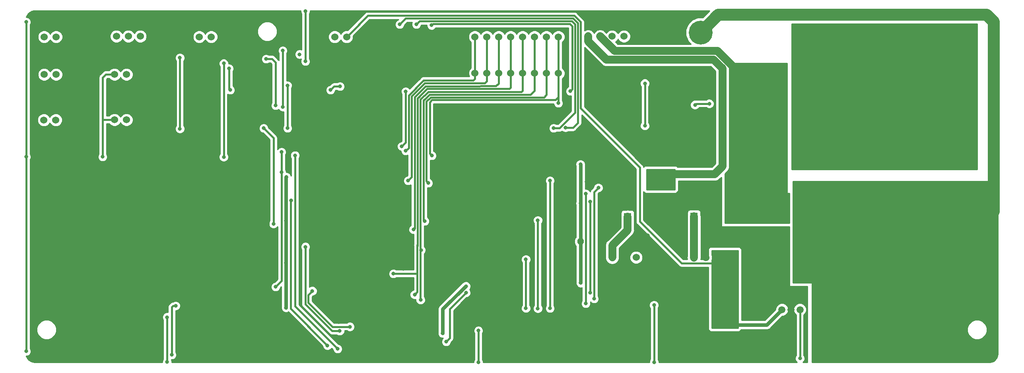
<source format=gbr>
G04 #@! TF.GenerationSoftware,KiCad,Pcbnew,(5.0.0)*
G04 #@! TF.CreationDate,2019-03-04T21:39:05-06:00*
G04 #@! TF.ProjectId,BMS_Hardware,424D535F48617264776172652E6B6963,rev?*
G04 #@! TF.SameCoordinates,Original*
G04 #@! TF.FileFunction,Copper,L2,Bot,Signal*
G04 #@! TF.FilePolarity,Positive*
%FSLAX46Y46*%
G04 Gerber Fmt 4.6, Leading zero omitted, Abs format (unit mm)*
G04 Created by KiCad (PCBNEW (5.0.0)) date 03/04/19 21:39:05*
%MOMM*%
%LPD*%
G01*
G04 APERTURE LIST*
G04 #@! TA.AperFunction,ComponentPad*
%ADD10C,1.524000*%
G04 #@! TD*
G04 #@! TA.AperFunction,ComponentPad*
%ADD11C,18.288000*%
G04 #@! TD*
G04 #@! TA.AperFunction,ComponentPad*
%ADD12C,1.600000*%
G04 #@! TD*
G04 #@! TA.AperFunction,ComponentPad*
%ADD13R,1.600000X1.600000*%
G04 #@! TD*
G04 #@! TA.AperFunction,ComponentPad*
%ADD14O,9.144000X5.588000*%
G04 #@! TD*
G04 #@! TA.AperFunction,ComponentPad*
%ADD15C,1.501140*%
G04 #@! TD*
G04 #@! TA.AperFunction,ComponentPad*
%ADD16C,5.080000*%
G04 #@! TD*
G04 #@! TA.AperFunction,ViaPad*
%ADD17C,0.800000*%
G04 #@! TD*
G04 #@! TA.AperFunction,ViaPad*
%ADD18C,1.054000*%
G04 #@! TD*
G04 #@! TA.AperFunction,ViaPad*
%ADD19C,1.440180*%
G04 #@! TD*
G04 #@! TA.AperFunction,ViaPad*
%ADD20C,0.799998*%
G04 #@! TD*
G04 #@! TA.AperFunction,Conductor*
%ADD21C,0.381000*%
G04 #@! TD*
G04 #@! TA.AperFunction,Conductor*
%ADD22C,1.651000*%
G04 #@! TD*
G04 #@! TA.AperFunction,Conductor*
%ADD23C,0.762000*%
G04 #@! TD*
G04 #@! TA.AperFunction,Conductor*
%ADD24C,2.540000*%
G04 #@! TD*
G04 #@! TA.AperFunction,Conductor*
%ADD25C,0.254000*%
G04 #@! TD*
G04 APERTURE END LIST*
D10*
G04 #@! TO.P,U18,3*
G04 #@! TO.N,+5V*
X172770800Y-106273600D03*
G04 #@! TO.P,U18,2*
G04 #@! TO.N,GND*
X170230800Y-106273600D03*
G04 #@! TO.P,U18,1*
G04 #@! TO.N,LOGIC_PWR*
X167690800Y-106273600D03*
G04 #@! TD*
G04 #@! TO.P,U16,3*
G04 #@! TO.N,+3V3*
X190119000Y-106299000D03*
G04 #@! TO.P,U16,2*
G04 #@! TO.N,GND*
X187579000Y-106299000D03*
G04 #@! TO.P,U16,1*
G04 #@! TO.N,LOGIC_PWR*
X185039000Y-106299000D03*
G04 #@! TD*
G04 #@! TO.P,Conn2,9*
G04 #@! TO.N,GND*
X135890000Y-59309000D03*
G04 #@! TO.P,Conn2,8*
G04 #@! TO.N,CELL_8*
X138430000Y-59309000D03*
G04 #@! TO.P,Conn2,7*
G04 #@! TO.N,CELL_7*
X140970000Y-59309000D03*
G04 #@! TO.P,Conn2,6*
G04 #@! TO.N,CELL_6*
X143510000Y-59309000D03*
G04 #@! TO.P,Conn2,5*
G04 #@! TO.N,CELL_5*
X146050000Y-59309000D03*
G04 #@! TO.P,Conn2,4*
G04 #@! TO.N,CELL_4*
X148590000Y-59309000D03*
G04 #@! TO.P,Conn2,3*
G04 #@! TO.N,CELL_3*
X151130000Y-59309000D03*
G04 #@! TO.P,Conn2,2*
G04 #@! TO.N,CELL_2*
X153670000Y-59309000D03*
G04 #@! TO.P,Conn2,1*
G04 #@! TO.N,CELL_1*
X156210000Y-59309000D03*
G04 #@! TD*
G04 #@! TO.P,Conn1,9*
G04 #@! TO.N,GND*
X135890000Y-67056000D03*
G04 #@! TO.P,Conn1,8*
G04 #@! TO.N,CELL_8*
X138430000Y-67056000D03*
G04 #@! TO.P,Conn1,7*
G04 #@! TO.N,CELL_7*
X140970000Y-67056000D03*
G04 #@! TO.P,Conn1,6*
G04 #@! TO.N,CELL_6*
X143510000Y-67056000D03*
G04 #@! TO.P,Conn1,5*
G04 #@! TO.N,CELL_5*
X146050000Y-67056000D03*
G04 #@! TO.P,Conn1,4*
G04 #@! TO.N,CELL_4*
X148590000Y-67056000D03*
G04 #@! TO.P,Conn1,3*
G04 #@! TO.N,CELL_3*
X151130000Y-67056000D03*
G04 #@! TO.P,Conn1,2*
G04 #@! TO.N,CELL_2*
X153670000Y-67056000D03*
G04 #@! TO.P,Conn1,1*
G04 #@! TO.N,CELL_1*
X156210000Y-67056000D03*
G04 #@! TD*
G04 #@! TO.P,U2,2*
G04 #@! TO.N,Net-(Q1-Pad3)*
X49276000Y-67310000D03*
G04 #@! TO.P,U2,1*
G04 #@! TO.N,+5V*
X46736000Y-67310000D03*
G04 #@! TD*
G04 #@! TO.P,U4,2*
G04 #@! TO.N,Net-(Q4-Pad3)*
X64262000Y-67310000D03*
G04 #@! TO.P,U4,1*
G04 #@! TO.N,+5V*
X61722000Y-67310000D03*
G04 #@! TD*
G04 #@! TO.P,U7,2*
G04 #@! TO.N,Net-(U10-Pad1)*
X46736000Y-59309000D03*
G04 #@! TO.P,U7,1*
G04 #@! TO.N,Net-(R13-Pad1)*
X49276000Y-59309000D03*
G04 #@! TD*
G04 #@! TO.P,U8,2*
G04 #@! TO.N,Net-(Q5-Pad3)*
X49225200Y-77012800D03*
G04 #@! TO.P,U8,1*
G04 #@! TO.N,+5V*
X46685200Y-77012800D03*
G04 #@! TD*
G04 #@! TO.P,U12,2*
G04 #@! TO.N,Net-(Q8-Pad3)*
X64262000Y-76962000D03*
G04 #@! TO.P,U12,1*
G04 #@! TO.N,+5V*
X61722000Y-76962000D03*
G04 #@! TD*
G04 #@! TO.P,U5,4*
G04 #@! TO.N,Net-(F1-Pad2)*
X162560000Y-59182000D03*
X162560000Y-59182000D03*
G04 #@! TO.P,U5,3*
G04 #@! TO.N,Net-(C10-Pad1)*
X165100000Y-59182000D03*
G04 #@! TO.P,U5,2*
G04 #@! TO.N,+5V*
X167640000Y-59182000D03*
G04 #@! TO.P,U5,1*
G04 #@! TO.N,Net-(Q2-Pad3)*
X170180000Y-59182000D03*
G04 #@! TD*
G04 #@! TO.P,U10,4*
G04 #@! TO.N,GND*
X59563000Y-59182000D03*
X59563000Y-59182000D03*
G04 #@! TO.P,U10,3*
G04 #@! TO.N,Net-(R18-Pad1)*
X62103000Y-59182000D03*
G04 #@! TO.P,U10,2*
G04 #@! TO.N,PACK_GATE*
X64643000Y-59182000D03*
G04 #@! TO.P,U10,1*
G04 #@! TO.N,Net-(U10-Pad1)*
X67183000Y-59182000D03*
G04 #@! TD*
G04 #@! TO.P,U11,3*
G04 #@! TO.N,GND*
X106045000Y-59309000D03*
G04 #@! TO.P,U11,2*
G04 #@! TO.N,TEMP_D_OUT*
X108585000Y-59309000D03*
G04 #@! TO.P,U11,1*
G04 #@! TO.N,+3V3*
X111125000Y-59309000D03*
G04 #@! TD*
G04 #@! TO.P,U17,3*
G04 #@! TO.N,GND*
X77216000Y-59309000D03*
G04 #@! TO.P,U17,2*
G04 #@! TO.N,+3V3*
X79756000Y-59309000D03*
G04 #@! TO.P,U17,1*
G04 #@! TO.N,SER_TX_IND*
X82296000Y-59309000D03*
G04 #@! TD*
D11*
G04 #@! TO.P,V1,1*
G04 #@! TO.N,GND*
X59944000Y-100711000D03*
G04 #@! TD*
G04 #@! TO.P,V2,1*
G04 #@! TO.N,/V_IN*
X232664000Y-100711000D03*
G04 #@! TD*
G04 #@! TO.P,V3,1*
G04 #@! TO.N,V_OUT*
X232664000Y-65786000D03*
G04 #@! TD*
D12*
G04 #@! TO.P,C26,2*
G04 #@! TO.N,GND*
X168442000Y-97599500D03*
D13*
G04 #@! TO.P,C26,1*
G04 #@! TO.N,LOGIC_PWR*
X170942000Y-97599500D03*
G04 #@! TD*
D12*
G04 #@! TO.P,C17,2*
G04 #@! TO.N,GND*
X187602500Y-97536000D03*
D13*
G04 #@! TO.P,C17,1*
G04 #@! TO.N,LOGIC_PWR*
X185102500Y-97536000D03*
G04 #@! TD*
D14*
G04 #@! TO.P,U1,5*
G04 #@! TO.N,Net-(C10-Pad1)*
X200660000Y-95885000D03*
G04 #@! TO.P,U1,4*
G04 #@! TO.N,/V_IN*
X210820000Y-95885000D03*
D15*
G04 #@! TO.P,U1,2*
G04 #@! TO.N,GND*
X205740000Y-117381020D03*
G04 #@! TO.P,U1,3*
G04 #@! TO.N,PACK_I_SENSE*
X207650080Y-117381020D03*
G04 #@! TO.P,U1,1*
G04 #@! TO.N,+3V3*
X203829920Y-117381020D03*
G04 #@! TD*
D16*
G04 #@! TO.P,Conn3,1*
G04 #@! TO.N,GND*
X178575000Y-58394000D03*
G04 #@! TO.P,Conn3,2*
G04 #@! TO.N,/V_IN*
X186475000Y-58394000D03*
G04 #@! TD*
D17*
G04 #@! TO.N,GND*
X149669500Y-88138000D03*
X149860000Y-96520000D03*
X134493000Y-83439000D03*
X134366000Y-91440000D03*
X134239000Y-99695000D03*
X134399800Y-108043200D03*
X149034500Y-104838500D03*
X142113000Y-99949000D03*
X123698000Y-88773000D03*
X118872000Y-91440000D03*
X118872000Y-100838000D03*
X124333000Y-116078000D03*
X118745000Y-120015000D03*
X118618000Y-111252000D03*
X118872000Y-102616000D03*
X110998000Y-110744000D03*
X81534000Y-111506000D03*
X89789000Y-86550500D03*
X92202000Y-103935400D03*
X102362000Y-68834000D03*
X109474000Y-120015000D03*
X123190000Y-108712000D03*
X128778000Y-92964000D03*
X123190000Y-98806000D03*
X109728000Y-100838000D03*
X110744000Y-91186000D03*
X103632000Y-86233000D03*
X78105000Y-117348000D03*
X131064000Y-82550000D03*
X106807000Y-62992000D03*
X92202000Y-101854000D03*
X137668000Y-75438000D03*
X145415000Y-84709000D03*
X162242500Y-90170000D03*
X128524000Y-103124000D03*
X54419500Y-81089500D03*
X169672000Y-78486000D03*
X200088500Y-118110000D03*
X171196000Y-73025000D03*
X188595000Y-72263000D03*
X162560000Y-66167000D03*
X157480000Y-91440000D03*
X157480000Y-99060000D03*
X157480000Y-109220000D03*
X129540000Y-114300000D03*
X149860000Y-121920000D03*
X78740000Y-114300000D03*
X60960000Y-121920000D03*
X48260000Y-111760000D03*
X48260000Y-91440000D03*
X78740000Y-88900000D03*
X86360000Y-78740000D03*
X78740000Y-68580000D03*
X71120000Y-58420000D03*
X86360000Y-58420000D03*
X109220000Y-78740000D03*
X119380000Y-78740000D03*
X132080000Y-78740000D03*
X144780000Y-78740000D03*
X177800000Y-81915000D03*
X165100000Y-68580000D03*
X168910000Y-68580000D03*
X172720000Y-68580000D03*
X176530000Y-68580000D03*
X180340000Y-68580000D03*
X186690000Y-68580000D03*
X177165000Y-73025000D03*
X187960000Y-74930000D03*
X185293000Y-81153000D03*
X181610000Y-81915000D03*
X173355000Y-81915000D03*
X184150000Y-85090000D03*
X179705000Y-85090000D03*
X175260000Y-85090000D03*
X169545000Y-85090000D03*
X158750000Y-85090000D03*
X153670000Y-85090000D03*
X149860000Y-85090000D03*
X181610000Y-101600000D03*
X175260000Y-101600000D03*
X186690000Y-91440000D03*
X189230000Y-124460000D03*
X198120000Y-124460000D03*
X180340000Y-124460000D03*
X180340000Y-118110000D03*
X170180000Y-124460000D03*
X158750000Y-121920000D03*
X128270000Y-118110000D03*
X132080000Y-110490000D03*
X80010000Y-121920000D03*
X68580000Y-121920000D03*
X54610000Y-121920000D03*
X68580000Y-114300000D03*
X73660000Y-88900000D03*
X67310000Y-88900000D03*
X62230000Y-88900000D03*
X55880000Y-88900000D03*
X48260000Y-100330000D03*
X48260000Y-106680000D03*
X48260000Y-95250000D03*
X78740000Y-93980000D03*
X73660000Y-96520000D03*
X53340000Y-71120000D03*
X92710000Y-68580000D03*
X115570000Y-62230000D03*
X110490000Y-68580000D03*
X115570000Y-68580000D03*
X194310000Y-102870000D03*
X205740000Y-123190000D03*
X201930000Y-104140000D03*
X114300000Y-78740000D03*
X104140000Y-78740000D03*
X91440000Y-108966000D03*
X91440000Y-97790000D03*
X115570000Y-59182000D03*
X115570000Y-65532000D03*
X110490000Y-65532000D03*
G04 #@! TO.N,CELL_1*
X129286000Y-84582000D03*
X156210000Y-73406000D03*
G04 #@! TO.N,CELL_2*
X128524000Y-90424000D03*
G04 #@! TO.N,CELL_3*
X127762000Y-98552000D03*
G04 #@! TO.N,CELL_4*
X126873000Y-115316000D03*
X127000000Y-104711500D03*
G04 #@! TO.N,CELL_5*
X121094500Y-109728000D03*
X125603000Y-114173000D03*
G04 #@! TO.N,CELL_6*
X125349000Y-100330000D03*
G04 #@! TO.N,CELL_7*
X124206000Y-89916000D03*
G04 #@! TO.N,CELL_8*
X123698000Y-83566000D03*
G04 #@! TO.N,LOGIC_SWITCH*
X98552000Y-78740000D03*
X98552000Y-69659500D03*
G04 #@! TO.N,Net-(Q2-Pad3)*
X102362000Y-53819500D03*
X102362000Y-64516000D03*
G04 #@! TO.N,BUZZER*
X95567500Y-99123500D03*
X93472000Y-78740000D03*
G04 #@! TO.N,V_OUT*
X242570000Y-85090000D03*
X238760000Y-85090000D03*
X234950000Y-85090000D03*
X231140000Y-85090000D03*
X227330000Y-85090000D03*
X223520000Y-85090000D03*
X219710000Y-85090000D03*
X215900000Y-85090000D03*
X215900000Y-82550000D03*
X215900000Y-78740000D03*
X215900000Y-74930000D03*
X215900000Y-71120000D03*
X215900000Y-67310000D03*
X243840000Y-60960000D03*
X243840000Y-64770000D03*
X243840000Y-68580000D03*
X243840000Y-72390000D03*
X243840000Y-76200000D03*
X243840000Y-80010000D03*
X243840000Y-83820000D03*
X208280000Y-63500000D03*
X123698000Y-70929500D03*
X97282000Y-83820000D03*
X97282000Y-88138000D03*
X215900000Y-63500000D03*
X215900000Y-59690000D03*
X219710000Y-59690000D03*
X223520000Y-59690000D03*
X122872500Y-82613500D03*
X158750000Y-70866000D03*
X129222500Y-56832500D03*
X96012000Y-112522000D03*
D18*
G04 #@! TO.N,Net-(F1-Pad2)*
X178054000Y-88519000D03*
X176276000Y-88519000D03*
X180086000Y-88519000D03*
D17*
G04 #@! TO.N,Net-(R13-Pad1)*
X174625000Y-69215000D03*
X174625000Y-78232000D03*
X109728000Y-69850000D03*
X86106000Y-66040000D03*
X86360000Y-70612000D03*
X107696000Y-70612000D03*
G04 #@! TO.N,PACK_GATE*
X93980000Y-64008000D03*
X96012000Y-73914000D03*
G04 #@! TO.N,SER_TX_IND*
X162052000Y-116078000D03*
X162052000Y-92710000D03*
X97536000Y-62230000D03*
X97536000Y-74231500D03*
G04 #@! TO.N,LOGIC_PWR*
X98298000Y-89154000D03*
X131572000Y-122428000D03*
X160972500Y-111696500D03*
D19*
X160909000Y-102870000D03*
D17*
X98234500Y-116967000D03*
X98234500Y-107467400D03*
X98234500Y-98453500D03*
X160909000Y-94742000D03*
X160909000Y-86461600D03*
X136525000Y-112395000D03*
X167690800Y-106273600D03*
G04 #@! TO.N,+5V*
X176580800Y-116433600D03*
X72898000Y-118999000D03*
X176593500Y-128552500D03*
X139192000Y-128587500D03*
X72898000Y-128524000D03*
X42926000Y-126238000D03*
X59182000Y-84836000D03*
X42926000Y-84836000D03*
X42926000Y-56134000D03*
X139192000Y-121856500D03*
G04 #@! TO.N,Net-(C10-Pad1)*
X194310000Y-97790000D03*
X194310000Y-93980000D03*
X194310000Y-90170000D03*
X198120000Y-90170000D03*
X201930000Y-90170000D03*
X193040000Y-85090000D03*
X193040000Y-80010000D03*
X193040000Y-72390000D03*
X193040000Y-68580000D03*
X188341000Y-73533000D03*
X185293000Y-73787000D03*
G04 #@! TO.N,+3V3*
X192024000Y-120650000D03*
X101092000Y-63020501D03*
G04 #@! TO.N,SW_IND*
X155194000Y-78740000D03*
X125984000Y-56642000D03*
G04 #@! TO.N,SW_ERR*
X157734000Y-78638400D03*
X122428000Y-56642000D03*
G04 #@! TO.N,FAN_PWR*
X75628500Y-78867000D03*
X75628500Y-63754000D03*
G04 #@! TO.N,Net-(R18-Pad1)*
X84963000Y-84899500D03*
X84963000Y-64960500D03*
G04 #@! TO.N,CELL_1-GND_SENSE*
X163830000Y-115062000D03*
X164719000Y-91440000D03*
G04 #@! TO.N,V_LOG_SENSE*
X162941000Y-94361000D03*
X162941000Y-113792000D03*
X136525000Y-113792000D03*
X132334000Y-124206000D03*
G04 #@! TO.N,CELL_2-1_SENSE*
X154432000Y-117094000D03*
X154432000Y-89916000D03*
G04 #@! TO.N,CELL_3-2_SENSE*
X151841200Y-117144800D03*
X151828500Y-98361500D03*
G04 #@! TO.N,CELL_4-3_SENSE*
X149301200Y-117094000D03*
X149301200Y-106680000D03*
G04 #@! TO.N,CELL_5-4_SENSE*
X103822500Y-113411000D03*
X111823500Y-121031000D03*
G04 #@! TO.N,CELL_6-5_SENSE*
X109664500Y-121920000D03*
X102362000Y-104013000D03*
D20*
G04 #@! TO.N,CELL_7-6_SENSE*
X99314000Y-94107000D03*
D17*
X107035600Y-125018800D03*
G04 #@! TO.N,CELL_8-7_SENSE*
X100139500Y-84553499D03*
X109220000Y-125730000D03*
G04 #@! TO.N,PACK_I_SENSE*
X74739500Y-116560600D03*
X207645000Y-127762000D03*
X73914000Y-127000000D03*
G04 #@! TO.N,/V_IN*
X217170000Y-92710000D03*
X220980000Y-92710000D03*
X224790000Y-92710000D03*
X217170000Y-96520000D03*
X217170000Y-100330000D03*
X217170000Y-104140000D03*
X217170000Y-107950000D03*
X217170000Y-111760000D03*
X213360000Y-111760000D03*
X213360000Y-115570000D03*
X213360000Y-119380000D03*
X213360000Y-123190000D03*
X213360000Y-127000000D03*
X217170000Y-127000000D03*
X220980000Y-127000000D03*
X224790000Y-127000000D03*
X228600000Y-127000000D03*
X232410000Y-127000000D03*
X236220000Y-127000000D03*
X240030000Y-127000000D03*
X243840000Y-127000000D03*
X247650000Y-127000000D03*
X247650000Y-116840000D03*
X247650000Y-113030000D03*
X247650000Y-109220000D03*
X247650000Y-105410000D03*
X247650000Y-101600000D03*
X247650000Y-97790000D03*
X245110000Y-95250000D03*
X242570000Y-92710000D03*
X247904000Y-92456000D03*
G04 #@! TD*
D21*
G04 #@! TO.N,CELL_1*
X156210000Y-67056000D02*
X156210000Y-68133630D01*
X156210000Y-67056000D02*
X156210000Y-59309000D01*
X138303000Y-72752001D02*
X139700000Y-72752001D01*
X137873671Y-72752001D02*
X138303000Y-72752001D01*
X138303000Y-72752001D02*
X132080000Y-72752001D01*
X132080000Y-72752001D02*
X131717999Y-72752001D01*
X130937000Y-72752001D02*
X132080000Y-72752001D01*
X129304999Y-72752001D02*
X129921000Y-72752001D01*
X129921000Y-72752001D02*
X130937000Y-72752001D01*
X129685999Y-72752001D02*
X129921000Y-72752001D01*
X128822509Y-73234491D02*
X129304999Y-72752001D01*
X128822509Y-84118509D02*
X129286000Y-84582000D01*
X128822509Y-73234491D02*
X128822509Y-84118509D01*
X156210000Y-72752001D02*
X156210000Y-73450510D01*
X155593999Y-72752001D02*
X156210000Y-72136000D01*
X153543000Y-72752001D02*
X155593999Y-72752001D01*
X156210000Y-72136000D02*
X156210000Y-72752001D01*
X156210000Y-68133630D02*
X156210000Y-72136000D01*
X139700000Y-72752001D02*
X153543000Y-72752001D01*
G04 #@! TO.N,CELL_2*
X153670000Y-65978370D02*
X153670000Y-59309000D01*
X153670000Y-67056000D02*
X153670000Y-65978370D01*
X153670000Y-71628000D02*
X153670000Y-67056000D01*
X153127009Y-72170991D02*
X153670000Y-71628000D01*
X131283009Y-72170991D02*
X131699000Y-72170991D01*
X131699000Y-72170991D02*
X153127009Y-72170991D01*
X128241499Y-90141499D02*
X128524000Y-90424000D01*
X128997009Y-72170991D02*
X131699000Y-72170991D01*
X128089010Y-73078990D02*
X128997009Y-72170991D01*
X128089010Y-89989010D02*
X128089010Y-73078990D01*
X128524000Y-90424000D02*
X128089010Y-89989010D01*
G04 #@! TO.N,CELL_3*
X127508000Y-81788000D02*
X127508000Y-81534000D01*
X127762000Y-98552000D02*
X127635000Y-98552000D01*
X127508000Y-98425000D02*
X127508000Y-97732315D01*
X127635000Y-98552000D02*
X127508000Y-98425000D01*
X151130000Y-65978370D02*
X151130000Y-59309000D01*
X151130000Y-67056000D02*
X151130000Y-65978370D01*
X127508000Y-81470500D02*
X127508000Y-82613500D01*
X127508000Y-97732315D02*
X127508000Y-82613500D01*
X127508000Y-82613500D02*
X127508000Y-81788000D01*
X151130000Y-70739000D02*
X151130000Y-67056000D01*
X150279019Y-71589981D02*
X151130000Y-70739000D01*
X137388519Y-71589981D02*
X138938000Y-71589981D01*
X138938000Y-71589981D02*
X150279019Y-71589981D01*
X127508000Y-75311000D02*
X127508000Y-75116672D01*
X138938000Y-71589981D02*
X128756347Y-71589981D01*
X127508000Y-72838328D02*
X127508000Y-73152000D01*
X127508000Y-72838328D02*
X127889000Y-72457328D01*
X127508000Y-73787000D02*
X127508000Y-72838328D01*
X127889000Y-72457328D02*
X128756347Y-71589981D01*
X127660489Y-72685839D02*
X127889000Y-72457328D01*
X127508000Y-73152000D02*
X127508000Y-73787000D01*
X127508000Y-75057000D02*
X127508000Y-82613500D01*
X127508000Y-75057000D02*
X127508000Y-75311000D01*
X127508000Y-73787000D02*
X127508000Y-75057000D01*
G04 #@! TO.N,CELL_4*
X126854001Y-81788000D02*
X126854001Y-81515001D01*
X138430000Y-71008971D02*
X138124643Y-71008971D01*
X126854001Y-105047999D02*
X126854001Y-105410000D01*
X126854001Y-104248001D02*
X126854001Y-103124000D01*
X126854001Y-103124000D02*
X126854001Y-104648000D01*
X126854001Y-104648000D02*
X126854001Y-105410000D01*
X126854001Y-113792000D02*
X126854001Y-115334999D01*
X126854001Y-105410000D02*
X126854001Y-113792000D01*
X148590000Y-65978370D02*
X148590000Y-59309000D01*
X148590000Y-67056000D02*
X148590000Y-65978370D01*
X138874500Y-71008971D02*
X138430000Y-71008971D01*
X148590000Y-70739000D02*
X148590000Y-67056000D01*
X138874500Y-71008971D02*
X148320029Y-71008971D01*
X148320029Y-71008971D02*
X148590000Y-70739000D01*
X133350000Y-71008971D02*
X138874500Y-71008971D01*
X128515685Y-71008971D02*
X131191000Y-71008971D01*
X130794029Y-71008971D02*
X131191000Y-71008971D01*
X131191000Y-71008971D02*
X133350000Y-71008971D01*
X126854001Y-72670655D02*
X128515685Y-71008971D01*
X126854001Y-72670655D02*
X126854001Y-82677000D01*
X126854001Y-103124000D02*
X126854001Y-82677000D01*
X126854001Y-82677000D02*
X126854001Y-81788000D01*
G04 #@! TO.N,CELL_5*
X146050000Y-67056000D02*
X146050000Y-59309000D01*
X126619000Y-72009000D02*
X126238000Y-72390000D01*
X126238000Y-72390000D02*
X126746000Y-71882000D01*
X126746000Y-71882000D02*
X126619000Y-72009000D01*
X126238000Y-103568500D02*
X126174500Y-103632000D01*
X126238000Y-103568500D02*
X126238000Y-103759000D01*
X126238000Y-72390000D02*
X126238000Y-103568500D01*
X126174500Y-103632000D02*
X126174500Y-105918000D01*
X126174500Y-105543498D02*
X126174500Y-105918000D01*
X146050000Y-70104000D02*
X146050000Y-67056000D01*
X145776980Y-70377020D02*
X146050000Y-70104000D01*
X128250980Y-70377020D02*
X145776980Y-70377020D01*
X126746000Y-71882000D02*
X128250980Y-70377020D01*
X126174500Y-108458000D02*
X126174500Y-109029500D01*
X126174500Y-105918000D02*
X126174500Y-108458000D01*
X121723685Y-109728000D02*
X126174500Y-109728000D01*
X121158000Y-109728000D02*
X121723685Y-109728000D01*
X126174500Y-108458000D02*
X126174500Y-109728000D01*
X126174500Y-113601500D02*
X125603000Y-114173000D01*
X126174500Y-112649000D02*
X126174500Y-113601500D01*
X126174500Y-112649000D02*
X126174500Y-113093500D01*
X126174500Y-109728000D02*
X126174500Y-112649000D01*
G04 #@! TO.N,CELL_6*
X143510000Y-59309000D02*
X143510000Y-67056000D01*
X143510000Y-67056000D02*
X143510000Y-69215000D01*
X143510000Y-69215000D02*
X142948010Y-69776990D01*
X142948010Y-69776990D02*
X136195093Y-69796010D01*
X127942990Y-69796010D02*
X128778000Y-69796010D01*
X126746000Y-70993000D02*
X127942990Y-69796010D01*
X128778000Y-69796010D02*
X128010318Y-69796010D01*
X136195093Y-69796010D02*
X128778000Y-69796010D01*
X127000000Y-70739000D02*
X126746000Y-70993000D01*
X126746000Y-70993000D02*
X126492000Y-71247000D01*
X125603000Y-100076000D02*
X125349000Y-100330000D01*
X126492000Y-71247000D02*
X125603000Y-72136000D01*
X125603000Y-72136000D02*
X125603000Y-100076000D01*
G04 #@! TO.N,CELL_7*
X140970000Y-67056000D02*
X140970000Y-59309000D01*
X140970000Y-68707000D02*
X140970000Y-67056000D01*
X124968000Y-89154000D02*
X124206000Y-89916000D01*
X124968000Y-71949328D02*
X124968000Y-89154000D01*
X127756318Y-69161010D02*
X127508000Y-69409328D01*
X140515990Y-69161010D02*
X127756318Y-69161010D01*
X140716000Y-68961000D02*
X140515990Y-69161010D01*
X127702328Y-69215000D02*
X127508000Y-69409328D01*
X127508000Y-69409328D02*
X124968000Y-71949328D01*
X140716000Y-68961000D02*
X140970000Y-68707000D01*
G04 #@! TO.N,CELL_8*
X138430000Y-60386630D02*
X138430000Y-67056000D01*
X138430000Y-59309000D02*
X138430000Y-60386630D01*
X138430000Y-67056000D02*
X138430000Y-68199000D01*
X138430000Y-68199000D02*
X138049000Y-68580000D01*
X138049000Y-68580000D02*
X127515656Y-68580000D01*
X127469322Y-68633990D02*
X127454010Y-68633990D01*
X127515656Y-68580000D02*
X127515656Y-68587656D01*
X127515656Y-68587656D02*
X127469322Y-68633990D01*
X127454010Y-68633990D02*
X124333000Y-71755000D01*
X124333000Y-82931000D02*
X123698000Y-83566000D01*
X124333000Y-71755000D02*
X124333000Y-82931000D01*
G04 #@! TO.N,LOGIC_SWITCH*
X98552000Y-78174315D02*
X98552000Y-69659500D01*
X98552000Y-78740000D02*
X98552000Y-78174315D01*
G04 #@! TO.N,Net-(Q2-Pad3)*
X102362000Y-62484000D02*
X102362000Y-54073500D01*
X102362000Y-62484000D02*
X102362000Y-64262000D01*
G04 #@! TO.N,BUZZER*
X95567500Y-95885000D02*
X95567500Y-99123500D01*
X95567500Y-80835500D02*
X93472000Y-78740000D01*
X95567500Y-83312000D02*
X95567500Y-80835500D01*
X95567500Y-83312000D02*
X95567500Y-80962500D01*
X95567500Y-95885000D02*
X95567500Y-83312000D01*
G04 #@! TO.N,V_OUT*
X123698000Y-81788000D02*
X122872500Y-82613500D01*
X123698000Y-80454500D02*
X123698000Y-81788000D01*
X123698000Y-80454500D02*
X123698000Y-81407000D01*
X123698000Y-71056500D02*
X123698000Y-80454500D01*
X97282000Y-111252000D02*
X97282000Y-110998000D01*
X96012000Y-112522000D02*
X97282000Y-111252000D01*
X97282000Y-83820000D02*
X97282000Y-110998000D01*
X159184990Y-70431010D02*
X158750000Y-70866000D01*
X159184990Y-57076990D02*
X159184990Y-70431010D01*
X158642020Y-56534020D02*
X159184990Y-57076990D01*
X129222500Y-56832500D02*
X129520980Y-56534020D01*
X129520980Y-56534020D02*
X158642020Y-56534020D01*
D22*
G04 #@! TO.N,Net-(F1-Pad2)*
X162560000Y-60259630D02*
X166454381Y-64154011D01*
X162560000Y-59182000D02*
X162560000Y-60259630D01*
X166454381Y-64154011D02*
X189249011Y-64154011D01*
X189249011Y-64154011D02*
X191135000Y-66040000D01*
X189484000Y-88519000D02*
X191135000Y-86868000D01*
X184658000Y-88519000D02*
X189484000Y-88519000D01*
X191135000Y-66040000D02*
X191135000Y-86868000D01*
X184658000Y-88519000D02*
X180086000Y-88519000D01*
X189230000Y-88519000D02*
X184658000Y-88519000D01*
D21*
G04 #@! TO.N,Net-(R13-Pad1)*
X174625000Y-69215000D02*
X174625000Y-76708000D01*
X86106000Y-66040000D02*
X86106000Y-69850000D01*
X86106000Y-69850000D02*
X86106000Y-70358000D01*
X86106000Y-70358000D02*
X86360000Y-70612000D01*
X108458000Y-69850000D02*
X107696000Y-70612000D01*
X109728000Y-69850000D02*
X108458000Y-69850000D01*
X174625000Y-76708000D02*
X174625000Y-78232000D01*
G04 #@! TO.N,PACK_GATE*
X96012000Y-68580000D02*
X96012000Y-73914000D01*
X95250000Y-64008000D02*
X93980000Y-64008000D01*
X96012000Y-68580000D02*
X96012000Y-64770000D01*
X96012000Y-64770000D02*
X95250000Y-64008000D01*
G04 #@! TO.N,SER_TX_IND*
X162052000Y-114554000D02*
X162052000Y-116078000D01*
X162052000Y-92710000D02*
X162052000Y-114554000D01*
X97536000Y-62795685D02*
X97536000Y-64389000D01*
X97536000Y-62230000D02*
X97536000Y-62795685D01*
X97536000Y-64008000D02*
X97536000Y-64389000D01*
X97536000Y-64389000D02*
X97536000Y-71599500D01*
X97536000Y-71599500D02*
X97536000Y-74231500D01*
D22*
G04 #@! TO.N,LOGIC_PWR*
X167690800Y-106273600D02*
X167690800Y-103708200D01*
X167690800Y-103708200D02*
X170942000Y-100457000D01*
X185102500Y-106235500D02*
X185039000Y-106299000D01*
X185102500Y-97536000D02*
X185102500Y-106235500D01*
D23*
X160909000Y-102870000D02*
X160909000Y-94869000D01*
X160972500Y-102933500D02*
X160909000Y-102870000D01*
X160972500Y-111696500D02*
X160972500Y-102933500D01*
X98234500Y-98453500D02*
X98234500Y-107403900D01*
X98234500Y-89217500D02*
X98298000Y-89154000D01*
X98234500Y-98453500D02*
X98234500Y-89217500D01*
X98234500Y-107467400D02*
X98234500Y-116268500D01*
X98234500Y-116268500D02*
X98234500Y-116967000D01*
X131572000Y-121862315D02*
X131572000Y-122428000D01*
X131572000Y-117290315D02*
X131572000Y-121862315D01*
X136467315Y-112395000D02*
X131572000Y-117290315D01*
X160909000Y-94742000D02*
X160909000Y-87185500D01*
X160909000Y-87185500D02*
X160909000Y-86512400D01*
D22*
X170942000Y-100457000D02*
X170942000Y-97599500D01*
D21*
G04 #@! TO.N,+5V*
X46609000Y-77089000D02*
X46685200Y-77012800D01*
X59182000Y-80899000D02*
X59182000Y-78613000D01*
X59182000Y-76835000D02*
X59182000Y-76454000D01*
X59182000Y-78613000D02*
X59182000Y-77724000D01*
X72898000Y-128397000D02*
X72898000Y-127762000D01*
X72898000Y-127254000D02*
X72898000Y-128397000D01*
X72898000Y-127254000D02*
X72898000Y-118872000D01*
X72898000Y-127635000D02*
X72898000Y-127254000D01*
X42926000Y-126238000D02*
X42926000Y-93218000D01*
X59182000Y-83312000D02*
X59182000Y-84836000D01*
X59182000Y-83312000D02*
X59182000Y-83566000D01*
X59182000Y-80899000D02*
X59182000Y-83312000D01*
X61722000Y-76962000D02*
X59182000Y-76962000D01*
X59182000Y-77724000D02*
X59182000Y-76962000D01*
X59182000Y-76962000D02*
X59182000Y-76454000D01*
X176593500Y-116446300D02*
X176580800Y-116433600D01*
X176593500Y-128552500D02*
X176593500Y-116446300D01*
X42926000Y-93218000D02*
X42926000Y-56134000D01*
X59817000Y-67310000D02*
X61722000Y-67310000D01*
X59182000Y-76454000D02*
X59182000Y-67945000D01*
X59182000Y-67945000D02*
X59817000Y-67310000D01*
X139192000Y-128587500D02*
X139192000Y-121856500D01*
D22*
G04 #@! TO.N,Net-(C10-Pad1)*
X168221001Y-62303001D02*
X190065001Y-62303001D01*
X165100000Y-59182000D02*
X168221001Y-62303001D01*
X190065001Y-62303001D02*
X193675000Y-65913000D01*
D21*
X188341000Y-73533000D02*
X185547000Y-73533000D01*
X185547000Y-73533000D02*
X185293000Y-73787000D01*
G04 #@! TO.N,+3V3*
X111252000Y-59537600D02*
X111125000Y-59410600D01*
D23*
X200560940Y-120650000D02*
X203829920Y-117381020D01*
X192024000Y-120650000D02*
X200560940Y-120650000D01*
D21*
X111886999Y-58547001D02*
X111125000Y-59309000D01*
X115643010Y-54790990D02*
X111886999Y-58547001D01*
X159558334Y-54790990D02*
X115643010Y-54790990D01*
X160928020Y-74528922D02*
X160928019Y-56160675D01*
X160928019Y-56160675D02*
X159558334Y-54790990D01*
X188902992Y-107515008D02*
X182445008Y-107515008D01*
X190119000Y-106299000D02*
X188902992Y-107515008D01*
X173521098Y-98591098D02*
X173521098Y-87122000D01*
X182445008Y-107515008D02*
X173521098Y-98591098D01*
X173521098Y-87122000D02*
X160928020Y-74528922D01*
G04 #@! TO.N,SW_IND*
X159766000Y-56642000D02*
X159077010Y-55953010D01*
X159077010Y-55953010D02*
X126799990Y-55953010D01*
X126799990Y-55953010D02*
X126672990Y-55953010D01*
X126672990Y-55953010D02*
X125984000Y-56642000D01*
X159766000Y-73355200D02*
X159766000Y-72898000D01*
X159766000Y-72898000D02*
X159766000Y-56642000D01*
X159766000Y-73787000D02*
X159766000Y-72898000D01*
X159766000Y-75438000D02*
X159766000Y-73787000D01*
X156464000Y-78740000D02*
X159766000Y-75438000D01*
X155194000Y-78740000D02*
X156464000Y-78740000D01*
G04 #@! TO.N,SW_ERR*
X160347010Y-56401338D02*
X159317672Y-55372000D01*
X123698000Y-55372000D02*
X122428000Y-56642000D01*
X125730000Y-55372000D02*
X123698000Y-55372000D01*
X125730000Y-55372000D02*
X125222000Y-55372000D01*
X159317672Y-55372000D02*
X125730000Y-55372000D01*
X160347010Y-74803000D02*
X160347010Y-56401338D01*
X160347010Y-75212590D02*
X160347010Y-74803000D01*
X160347010Y-74803000D02*
X160347010Y-75438000D01*
X160347010Y-75438000D02*
X160347010Y-76025390D01*
X160347010Y-77597000D02*
X160347010Y-75438000D01*
X159305610Y-78638400D02*
X160347010Y-77597000D01*
X157734000Y-78638400D02*
X159305610Y-78638400D01*
G04 #@! TO.N,FAN_PWR*
X75628500Y-78867000D02*
X75628500Y-63754000D01*
G04 #@! TO.N,Net-(R18-Pad1)*
X84963000Y-82804000D02*
X84963000Y-72453500D01*
X84963000Y-82931000D02*
X84963000Y-83756500D01*
X84963000Y-72453500D02*
X84963000Y-65024000D01*
X84963000Y-83756500D02*
X84963000Y-84899500D01*
G04 #@! TO.N,CELL_1-GND_SENSE*
X163830000Y-113792000D02*
X163830000Y-115062000D01*
X163830000Y-114173000D02*
X163830000Y-113792000D01*
X163830000Y-92329000D02*
X164719000Y-91440000D01*
X163830000Y-94742000D02*
X163830000Y-92329000D01*
X163830000Y-113792000D02*
X163830000Y-94742000D01*
G04 #@! TO.N,V_LOG_SENSE*
X162941000Y-96266000D02*
X162941000Y-94361000D01*
X162941000Y-113538000D02*
X162941000Y-96266000D01*
X133096000Y-123444000D02*
X133096000Y-121158000D01*
X132334000Y-124206000D02*
X133096000Y-123444000D01*
X133096000Y-117221000D02*
X135001000Y-115316000D01*
X133096000Y-118364000D02*
X133096000Y-117221000D01*
X135001000Y-115316000D02*
X133505501Y-116811499D01*
X136525000Y-113792000D02*
X135001000Y-115316000D01*
X133096000Y-118364000D02*
X133096000Y-121158000D01*
G04 #@! TO.N,CELL_2-1_SENSE*
X154432000Y-114808000D02*
X154432000Y-117094000D01*
X154432000Y-90525600D02*
X154432000Y-89852500D01*
X154432000Y-90525600D02*
X154432000Y-114808000D01*
X154432000Y-90220800D02*
X154432000Y-90525600D01*
G04 #@! TO.N,CELL_3-2_SENSE*
X151828500Y-99110800D02*
X151828500Y-98361500D01*
X151841200Y-99123500D02*
X151828500Y-99110800D01*
X151841200Y-99123500D02*
X151841200Y-98755200D01*
X151841200Y-117144800D02*
X151841200Y-99123500D01*
G04 #@! TO.N,CELL_4-3_SENSE*
X149301200Y-117094000D02*
X149301200Y-106680000D01*
G04 #@! TO.N,CELL_5-4_SENSE*
X102943010Y-114290490D02*
X103822500Y-113411000D01*
X102943010Y-115887500D02*
X102943010Y-114290490D01*
X108086510Y-121031000D02*
X107823000Y-120767490D01*
X111823500Y-121031000D02*
X108086510Y-121031000D01*
X102943010Y-115887500D02*
X107823000Y-120767490D01*
G04 #@! TO.N,CELL_6-5_SENSE*
X102362000Y-115570000D02*
X102362000Y-116268500D01*
X102362000Y-116268500D02*
X108013500Y-121920000D01*
X108013500Y-121920000D02*
X109664500Y-121920000D01*
X102362000Y-115570000D02*
X102362000Y-104013000D01*
G04 #@! TO.N,CELL_7-6_SENSE*
X99187000Y-117170200D02*
X99187000Y-116840000D01*
X107035600Y-125018800D02*
X99187000Y-117170200D01*
X99187000Y-117094000D02*
X99187000Y-116840000D01*
X99187000Y-94361000D02*
X99314000Y-94234000D01*
X99187000Y-116840000D02*
X99187000Y-94361000D01*
G04 #@! TO.N,CELL_8-7_SENSE*
X100139500Y-92964000D02*
X100139500Y-84553499D01*
X100139500Y-116448674D02*
X100139500Y-115824000D01*
X100139500Y-115316000D02*
X100139500Y-116448674D01*
X100139500Y-115824000D02*
X100139500Y-115316000D01*
X100139500Y-113792000D02*
X100139500Y-116512174D01*
X100139500Y-113792000D02*
X100139500Y-92964000D01*
X100139500Y-116649500D02*
X100139500Y-114808000D01*
X109220000Y-125730000D02*
X100139500Y-116649500D01*
X100139500Y-115316000D02*
X100139500Y-114808000D01*
X100139500Y-114808000D02*
X100139500Y-113792000D01*
G04 #@! TO.N,PACK_I_SENSE*
X207650080Y-127502920D02*
X207645000Y-127508000D01*
X207650080Y-117381020D02*
X207650080Y-127502920D01*
X73914000Y-127000000D02*
X73914000Y-117195600D01*
X73914000Y-117195600D02*
X73914000Y-116840000D01*
X73914000Y-116820415D02*
X73914000Y-117195600D01*
X74173815Y-116560600D02*
X73914000Y-116820415D01*
X74739500Y-116560600D02*
X74173815Y-116560600D01*
D24*
G04 #@! TO.N,/V_IN*
X247650000Y-97790000D02*
X248920000Y-96520000D01*
X248920000Y-96520000D02*
X248920000Y-70866000D01*
X248920000Y-70866000D02*
X248923990Y-70862010D01*
X248923990Y-70862010D02*
X248923990Y-56137990D01*
X248923990Y-56137990D02*
X247392010Y-54606010D01*
X190262990Y-54606010D02*
X186475000Y-58394000D01*
X247392010Y-54606010D02*
X190262990Y-54606010D01*
G04 #@! TD*
D25*
G04 #@! TO.N,V_OUT*
G36*
X245364000Y-87503000D02*
X205867000Y-87503000D01*
X205867000Y-56511010D01*
X245364000Y-56511010D01*
X245364000Y-87503000D01*
X245364000Y-87503000D01*
G37*
X245364000Y-87503000D02*
X205867000Y-87503000D01*
X205867000Y-56511010D01*
X245364000Y-56511010D01*
X245364000Y-87503000D01*
G04 #@! TO.N,Net-(C10-Pad1)*
G36*
X204851000Y-92456000D02*
X204860667Y-92504601D01*
X204888197Y-92545803D01*
X204929399Y-92573333D01*
X204978000Y-92583000D01*
X205359000Y-92583000D01*
X205359000Y-98933000D01*
X191643000Y-98933000D01*
X191643000Y-88425459D01*
X192066019Y-88002440D01*
X192187961Y-87920961D01*
X192510760Y-87437858D01*
X192595500Y-87011842D01*
X192595500Y-87011841D01*
X192624112Y-86868000D01*
X192595500Y-86724159D01*
X192595500Y-66183836D01*
X192624111Y-66039999D01*
X192595500Y-65896162D01*
X192595500Y-65896158D01*
X192510760Y-65470142D01*
X192187961Y-64987039D01*
X192066016Y-64905558D01*
X192057458Y-64897000D01*
X204851000Y-64897000D01*
X204851000Y-92456000D01*
X204851000Y-92456000D01*
G37*
X204851000Y-92456000D02*
X204860667Y-92504601D01*
X204888197Y-92545803D01*
X204929399Y-92573333D01*
X204978000Y-92583000D01*
X205359000Y-92583000D01*
X205359000Y-98933000D01*
X191643000Y-98933000D01*
X191643000Y-88425459D01*
X192066019Y-88002440D01*
X192187961Y-87920961D01*
X192510760Y-87437858D01*
X192595500Y-87011842D01*
X192595500Y-87011841D01*
X192624112Y-86868000D01*
X192595500Y-86724159D01*
X192595500Y-66183836D01*
X192624111Y-66039999D01*
X192595500Y-65896162D01*
X192595500Y-65896158D01*
X192510760Y-65470142D01*
X192187961Y-64987039D01*
X192066016Y-64905558D01*
X192057458Y-64897000D01*
X204851000Y-64897000D01*
X204851000Y-92456000D01*
G04 #@! TO.N,/V_IN*
G36*
X249759001Y-126702899D02*
X249695448Y-127205967D01*
X249524777Y-127637031D01*
X249252267Y-128012109D01*
X248895040Y-128307633D01*
X248475546Y-128505032D01*
X247988087Y-128598019D01*
X247893240Y-128601000D01*
X210185000Y-128601000D01*
X210185000Y-121246653D01*
X243255800Y-121246653D01*
X243255800Y-122085347D01*
X243576754Y-122860199D01*
X244169801Y-123453246D01*
X244944653Y-123774200D01*
X245783347Y-123774200D01*
X246558199Y-123453246D01*
X247151246Y-122860199D01*
X247472200Y-122085347D01*
X247472200Y-121246653D01*
X247151246Y-120471801D01*
X246558199Y-119878754D01*
X245783347Y-119557800D01*
X244944653Y-119557800D01*
X244169801Y-119878754D01*
X243576754Y-120471801D01*
X243255800Y-121246653D01*
X210185000Y-121246653D01*
X210185000Y-111760000D01*
X210175333Y-111711399D01*
X210147803Y-111670197D01*
X210106601Y-111642667D01*
X210058000Y-111633000D01*
X206121000Y-111633000D01*
X206121000Y-90043000D01*
X249759000Y-90043000D01*
X249759001Y-126702899D01*
X249759001Y-126702899D01*
G37*
X249759001Y-126702899D02*
X249695448Y-127205967D01*
X249524777Y-127637031D01*
X249252267Y-128012109D01*
X248895040Y-128307633D01*
X248475546Y-128505032D01*
X247988087Y-128598019D01*
X247893240Y-128601000D01*
X210185000Y-128601000D01*
X210185000Y-121246653D01*
X243255800Y-121246653D01*
X243255800Y-122085347D01*
X243576754Y-122860199D01*
X244169801Y-123453246D01*
X244944653Y-123774200D01*
X245783347Y-123774200D01*
X246558199Y-123453246D01*
X247151246Y-122860199D01*
X247472200Y-122085347D01*
X247472200Y-121246653D01*
X247151246Y-120471801D01*
X246558199Y-119878754D01*
X245783347Y-119557800D01*
X244944653Y-119557800D01*
X244169801Y-119878754D01*
X243576754Y-120471801D01*
X243255800Y-121246653D01*
X210185000Y-121246653D01*
X210185000Y-111760000D01*
X210175333Y-111711399D01*
X210147803Y-111670197D01*
X210106601Y-111642667D01*
X210058000Y-111633000D01*
X206121000Y-111633000D01*
X206121000Y-90043000D01*
X249759000Y-90043000D01*
X249759001Y-126702899D01*
G04 #@! TO.N,GND*
G36*
X101327000Y-54025374D02*
X101484569Y-54405780D01*
X101536501Y-54457712D01*
X101536500Y-62084343D01*
X101297874Y-61985501D01*
X100886126Y-61985501D01*
X100505720Y-62143070D01*
X100214569Y-62434221D01*
X100057000Y-62814627D01*
X100057000Y-63226375D01*
X100214569Y-63606781D01*
X100505720Y-63897932D01*
X100886126Y-64055501D01*
X101297874Y-64055501D01*
X101460344Y-63988204D01*
X101327000Y-64310126D01*
X101327000Y-64721874D01*
X101484569Y-65102280D01*
X101775720Y-65393431D01*
X102156126Y-65551000D01*
X102567874Y-65551000D01*
X102948280Y-65393431D01*
X103239431Y-65102280D01*
X103397000Y-64721874D01*
X103397000Y-64310126D01*
X103239431Y-63929720D01*
X103187500Y-63877789D01*
X103187500Y-54457711D01*
X103239431Y-54405780D01*
X103397000Y-54025374D01*
X103397000Y-53771000D01*
X188403923Y-53771000D01*
X186955924Y-55219000D01*
X185843453Y-55219000D01*
X184676507Y-55702365D01*
X183783365Y-56595507D01*
X183300000Y-57762453D01*
X183300000Y-59025547D01*
X183783365Y-60192493D01*
X184433373Y-60842501D01*
X168825960Y-60842501D01*
X168373667Y-60390208D01*
X168431337Y-60366320D01*
X168824320Y-59973337D01*
X168910000Y-59766487D01*
X168995680Y-59973337D01*
X169388663Y-60366320D01*
X169902119Y-60579000D01*
X170457881Y-60579000D01*
X170971337Y-60366320D01*
X171364320Y-59973337D01*
X171577000Y-59459881D01*
X171577000Y-58904119D01*
X171364320Y-58390663D01*
X170971337Y-57997680D01*
X170457881Y-57785000D01*
X169902119Y-57785000D01*
X169388663Y-57997680D01*
X168995680Y-58390663D01*
X168910000Y-58597513D01*
X168824320Y-58390663D01*
X168431337Y-57997680D01*
X167917881Y-57785000D01*
X167362119Y-57785000D01*
X166848663Y-57997680D01*
X166455680Y-58390663D01*
X166431792Y-58448334D01*
X166031017Y-58047559D01*
X165669858Y-57806241D01*
X165100000Y-57692889D01*
X164530142Y-57806241D01*
X164047039Y-58129039D01*
X163830000Y-58453861D01*
X163612961Y-58129039D01*
X163129857Y-57806240D01*
X162560000Y-57692888D01*
X161990142Y-57806240D01*
X161753518Y-57964347D01*
X161753518Y-56241977D01*
X161769690Y-56160674D01*
X161705622Y-55838580D01*
X161569225Y-55634448D01*
X161569223Y-55634446D01*
X161523170Y-55565523D01*
X161454247Y-55519470D01*
X160199543Y-54264767D01*
X160153486Y-54195838D01*
X159880428Y-54013386D01*
X159639637Y-53965490D01*
X159639635Y-53965490D01*
X159558334Y-53949318D01*
X159477033Y-53965490D01*
X115724313Y-53965490D01*
X115643010Y-53949318D01*
X115561707Y-53965490D01*
X115320916Y-54013386D01*
X115047858Y-54195838D01*
X115001803Y-54264764D01*
X111360775Y-57905793D01*
X111360772Y-57905795D01*
X111354567Y-57912000D01*
X110847119Y-57912000D01*
X110333663Y-58124680D01*
X109940680Y-58517663D01*
X109855000Y-58724513D01*
X109769320Y-58517663D01*
X109376337Y-58124680D01*
X108862881Y-57912000D01*
X108307119Y-57912000D01*
X107793663Y-58124680D01*
X107400680Y-58517663D01*
X107188000Y-59031119D01*
X107188000Y-59586881D01*
X107400680Y-60100337D01*
X107793663Y-60493320D01*
X108307119Y-60706000D01*
X108862881Y-60706000D01*
X109376337Y-60493320D01*
X109769320Y-60100337D01*
X109855000Y-59893487D01*
X109940680Y-60100337D01*
X110333663Y-60493320D01*
X110847119Y-60706000D01*
X111402881Y-60706000D01*
X111916337Y-60493320D01*
X112309320Y-60100337D01*
X112522000Y-59586881D01*
X112522000Y-59079433D01*
X112528205Y-59073228D01*
X112528207Y-59073225D01*
X115984943Y-55616490D01*
X122199215Y-55616490D01*
X121841720Y-55764569D01*
X121550569Y-56055720D01*
X121393000Y-56436126D01*
X121393000Y-56847874D01*
X121550569Y-57228280D01*
X121841720Y-57519431D01*
X122222126Y-57677000D01*
X122633874Y-57677000D01*
X123014280Y-57519431D01*
X123305431Y-57228280D01*
X123463000Y-56847874D01*
X123463000Y-56774432D01*
X124039933Y-56197500D01*
X125047842Y-56197500D01*
X124949000Y-56436126D01*
X124949000Y-56847874D01*
X125106569Y-57228280D01*
X125397720Y-57519431D01*
X125778126Y-57677000D01*
X126189874Y-57677000D01*
X126570280Y-57519431D01*
X126861431Y-57228280D01*
X127019000Y-56847874D01*
X127019000Y-56778510D01*
X128187500Y-56778510D01*
X128187500Y-57038374D01*
X128345069Y-57418780D01*
X128636220Y-57709931D01*
X129016626Y-57867500D01*
X129428374Y-57867500D01*
X129808780Y-57709931D01*
X130099931Y-57418780D01*
X130124477Y-57359520D01*
X158300088Y-57359520D01*
X158359490Y-57418923D01*
X158359491Y-69907478D01*
X158163720Y-69988569D01*
X157872569Y-70279720D01*
X157715000Y-70660126D01*
X157715000Y-71071874D01*
X157872569Y-71452280D01*
X158163720Y-71743431D01*
X158544126Y-71901000D01*
X158940500Y-71901000D01*
X158940500Y-73868302D01*
X158940501Y-73868307D01*
X158940500Y-75096067D01*
X156122068Y-77914500D01*
X155832211Y-77914500D01*
X155780280Y-77862569D01*
X155399874Y-77705000D01*
X154988126Y-77705000D01*
X154607720Y-77862569D01*
X154316569Y-78153720D01*
X154159000Y-78534126D01*
X154159000Y-78945874D01*
X154316569Y-79326280D01*
X154607720Y-79617431D01*
X154988126Y-79775000D01*
X155399874Y-79775000D01*
X155780280Y-79617431D01*
X155832211Y-79565500D01*
X156382699Y-79565500D01*
X156464000Y-79581672D01*
X156545301Y-79565500D01*
X156545303Y-79565500D01*
X156786094Y-79517604D01*
X157003936Y-79372047D01*
X157147720Y-79515831D01*
X157528126Y-79673400D01*
X157939874Y-79673400D01*
X158320280Y-79515831D01*
X158372211Y-79463900D01*
X159224309Y-79463900D01*
X159305610Y-79480072D01*
X159386911Y-79463900D01*
X159386913Y-79463900D01*
X159627704Y-79416004D01*
X159900762Y-79233552D01*
X159946819Y-79164623D01*
X160873236Y-78238207D01*
X160942162Y-78192152D01*
X161124614Y-77919094D01*
X161172510Y-77678303D01*
X161172510Y-77678302D01*
X161188682Y-77597001D01*
X161172510Y-77515699D01*
X161172510Y-75940844D01*
X172695599Y-87463934D01*
X172695598Y-98509796D01*
X172679426Y-98591098D01*
X172695598Y-98672399D01*
X172695598Y-98672400D01*
X172743494Y-98913191D01*
X172925946Y-99186250D01*
X172994875Y-99232307D01*
X181803801Y-108041234D01*
X181849856Y-108110160D01*
X181918781Y-108156214D01*
X182122914Y-108292612D01*
X182445008Y-108356680D01*
X182526311Y-108340508D01*
X188087000Y-108340508D01*
X188087000Y-121412000D01*
X188135336Y-121655004D01*
X188272987Y-121861013D01*
X188478996Y-121998664D01*
X188722000Y-122047000D01*
X194564000Y-122047000D01*
X194807004Y-121998664D01*
X195013013Y-121861013D01*
X195143317Y-121666000D01*
X200460877Y-121666000D01*
X200560940Y-121685904D01*
X200661003Y-121666000D01*
X200661005Y-121666000D01*
X200957363Y-121607051D01*
X201293435Y-121382495D01*
X201350120Y-121297660D01*
X203881191Y-118766590D01*
X204105527Y-118766590D01*
X204614782Y-118555650D01*
X205004550Y-118165882D01*
X205215490Y-117656627D01*
X205215490Y-117105413D01*
X205004550Y-116596158D01*
X204614782Y-116206390D01*
X204105527Y-115995450D01*
X203554313Y-115995450D01*
X203045058Y-116206390D01*
X202655290Y-116596158D01*
X202444350Y-117105413D01*
X202444350Y-117329749D01*
X200140100Y-119634000D01*
X195199000Y-119634000D01*
X195199000Y-104648000D01*
X195150664Y-104404996D01*
X195013013Y-104198987D01*
X194807004Y-104061336D01*
X194564000Y-104013000D01*
X188722000Y-104013000D01*
X188478996Y-104061336D01*
X188272987Y-104198987D01*
X188135336Y-104404996D01*
X188087000Y-104648000D01*
X188087000Y-106689508D01*
X186501304Y-106689508D01*
X186563000Y-106379342D01*
X186563000Y-106379341D01*
X186591612Y-106235500D01*
X186563000Y-106091659D01*
X186563000Y-97392158D01*
X186549940Y-97326500D01*
X186549940Y-96736000D01*
X186500657Y-96488235D01*
X186360309Y-96278191D01*
X186150265Y-96137843D01*
X185902500Y-96088560D01*
X185311999Y-96088560D01*
X185102500Y-96046888D01*
X184893001Y-96088560D01*
X184302500Y-96088560D01*
X184054735Y-96137843D01*
X183844691Y-96278191D01*
X183704343Y-96488235D01*
X183655060Y-96736000D01*
X183655060Y-97326500D01*
X183642000Y-97392159D01*
X183642001Y-105835923D01*
X183549889Y-106299000D01*
X183627566Y-106689508D01*
X182786941Y-106689508D01*
X174346598Y-98249166D01*
X174346598Y-92272213D01*
X174429987Y-92397013D01*
X174635996Y-92534664D01*
X174879000Y-92583000D01*
X181102000Y-92583000D01*
X181345004Y-92534664D01*
X181551013Y-92397013D01*
X181688664Y-92191004D01*
X181737000Y-91948000D01*
X181737000Y-89979500D01*
X189340163Y-89979500D01*
X189484000Y-90008111D01*
X189627837Y-89979500D01*
X189627842Y-89979500D01*
X190053858Y-89894760D01*
X190536961Y-89571961D01*
X190618442Y-89450016D01*
X190881000Y-89187458D01*
X190881000Y-99568000D01*
X190890667Y-99616601D01*
X190918197Y-99657803D01*
X190959399Y-99685333D01*
X191008000Y-99695000D01*
X205359000Y-99695000D01*
X205359000Y-112268000D01*
X205368667Y-112316601D01*
X205396197Y-112357803D01*
X205437399Y-112385333D01*
X205486000Y-112395000D01*
X209169000Y-112395000D01*
X209169000Y-128601000D01*
X208269711Y-128601000D01*
X208522431Y-128348280D01*
X208680000Y-127967874D01*
X208680000Y-127556126D01*
X208522431Y-127175720D01*
X208475580Y-127128869D01*
X208475580Y-118515012D01*
X208824710Y-118165882D01*
X209035650Y-117656627D01*
X209035650Y-117105413D01*
X208824710Y-116596158D01*
X208434942Y-116206390D01*
X207925687Y-115995450D01*
X207374473Y-115995450D01*
X206865218Y-116206390D01*
X206475450Y-116596158D01*
X206264510Y-117105413D01*
X206264510Y-117656627D01*
X206475450Y-118165882D01*
X206824580Y-118515012D01*
X206824581Y-127118708D01*
X206767569Y-127175720D01*
X206610000Y-127556126D01*
X206610000Y-127967874D01*
X206767569Y-128348280D01*
X207020289Y-128601000D01*
X177628500Y-128601000D01*
X177628500Y-128346626D01*
X177470931Y-127966220D01*
X177419000Y-127914289D01*
X177419000Y-117059111D01*
X177458231Y-117019880D01*
X177615800Y-116639474D01*
X177615800Y-116227726D01*
X177458231Y-115847320D01*
X177167080Y-115556169D01*
X176786674Y-115398600D01*
X176374926Y-115398600D01*
X175994520Y-115556169D01*
X175703369Y-115847320D01*
X175545800Y-116227726D01*
X175545800Y-116639474D01*
X175703369Y-117019880D01*
X175768001Y-117084512D01*
X175768000Y-127914289D01*
X175716069Y-127966220D01*
X175558500Y-128346626D01*
X175558500Y-128601000D01*
X140227000Y-128601000D01*
X140227000Y-128381626D01*
X140069431Y-128001220D01*
X140017500Y-127949289D01*
X140017500Y-122494711D01*
X140069431Y-122442780D01*
X140227000Y-122062374D01*
X140227000Y-121650626D01*
X140069431Y-121270220D01*
X139778280Y-120979069D01*
X139397874Y-120821500D01*
X138986126Y-120821500D01*
X138605720Y-120979069D01*
X138314569Y-121270220D01*
X138157000Y-121650626D01*
X138157000Y-122062374D01*
X138314569Y-122442780D01*
X138366501Y-122494712D01*
X138366500Y-127949289D01*
X138314569Y-128001220D01*
X138157000Y-128381626D01*
X138157000Y-128601000D01*
X73933000Y-128601000D01*
X73933000Y-128318126D01*
X73815726Y-128035000D01*
X74119874Y-128035000D01*
X74500280Y-127877431D01*
X74791431Y-127586280D01*
X74949000Y-127205874D01*
X74949000Y-126794126D01*
X74791431Y-126413720D01*
X74739500Y-126361789D01*
X74739500Y-117595600D01*
X74945374Y-117595600D01*
X75325780Y-117438031D01*
X75616931Y-117146880D01*
X75774500Y-116766474D01*
X75774500Y-116354726D01*
X75616931Y-115974320D01*
X75325780Y-115683169D01*
X74945374Y-115525600D01*
X74533626Y-115525600D01*
X74153220Y-115683169D01*
X74103468Y-115732921D01*
X74092514Y-115735100D01*
X74092512Y-115735100D01*
X73851721Y-115782996D01*
X73578663Y-115965448D01*
X73532606Y-116034377D01*
X73387777Y-116179206D01*
X73318848Y-116225263D01*
X73136396Y-116498322D01*
X73090153Y-116730802D01*
X73072328Y-116820415D01*
X73088500Y-116901716D01*
X73088500Y-117276903D01*
X73088501Y-117276908D01*
X73088501Y-117964000D01*
X72692126Y-117964000D01*
X72311720Y-118121569D01*
X72020569Y-118412720D01*
X71863000Y-118793126D01*
X71863000Y-119204874D01*
X72020569Y-119585280D01*
X72072501Y-119637212D01*
X72072500Y-127172697D01*
X72072500Y-127885789D01*
X72020569Y-127937720D01*
X71863000Y-128318126D01*
X71863000Y-128601000D01*
X44747093Y-128601000D01*
X44244033Y-128537448D01*
X43812969Y-128366777D01*
X43437891Y-128094267D01*
X43142367Y-127737040D01*
X42944968Y-127317546D01*
X42936470Y-127273000D01*
X43131874Y-127273000D01*
X43512280Y-127115431D01*
X43803431Y-126824280D01*
X43961000Y-126443874D01*
X43961000Y-126032126D01*
X43803431Y-125651720D01*
X43751500Y-125599789D01*
X43751500Y-121246653D01*
X45135800Y-121246653D01*
X45135800Y-122085347D01*
X45456754Y-122860199D01*
X46049801Y-123453246D01*
X46824653Y-123774200D01*
X47663347Y-123774200D01*
X48438199Y-123453246D01*
X49031246Y-122860199D01*
X49352200Y-122085347D01*
X49352200Y-121246653D01*
X49031246Y-120471801D01*
X48438199Y-119878754D01*
X47663347Y-119557800D01*
X46824653Y-119557800D01*
X46049801Y-119878754D01*
X45456754Y-120471801D01*
X45135800Y-121246653D01*
X43751500Y-121246653D01*
X43751500Y-85474211D01*
X43803431Y-85422280D01*
X43961000Y-85041874D01*
X43961000Y-84630126D01*
X58147000Y-84630126D01*
X58147000Y-85041874D01*
X58304569Y-85422280D01*
X58595720Y-85713431D01*
X58976126Y-85871000D01*
X59387874Y-85871000D01*
X59768280Y-85713431D01*
X60059431Y-85422280D01*
X60217000Y-85041874D01*
X60217000Y-84630126D01*
X60059431Y-84249720D01*
X60007500Y-84197789D01*
X60007500Y-77787500D01*
X60571843Y-77787500D01*
X60930663Y-78146320D01*
X61444119Y-78359000D01*
X61999881Y-78359000D01*
X62513337Y-78146320D01*
X62906320Y-77753337D01*
X62992000Y-77546487D01*
X63077680Y-77753337D01*
X63470663Y-78146320D01*
X63984119Y-78359000D01*
X64539881Y-78359000D01*
X65053337Y-78146320D01*
X65446320Y-77753337D01*
X65659000Y-77239881D01*
X65659000Y-76684119D01*
X65446320Y-76170663D01*
X65053337Y-75777680D01*
X64539881Y-75565000D01*
X63984119Y-75565000D01*
X63470663Y-75777680D01*
X63077680Y-76170663D01*
X62992000Y-76377513D01*
X62906320Y-76170663D01*
X62513337Y-75777680D01*
X61999881Y-75565000D01*
X61444119Y-75565000D01*
X60930663Y-75777680D01*
X60571843Y-76136500D01*
X60007500Y-76136500D01*
X60007500Y-68286932D01*
X60158933Y-68135500D01*
X60571843Y-68135500D01*
X60930663Y-68494320D01*
X61444119Y-68707000D01*
X61999881Y-68707000D01*
X62513337Y-68494320D01*
X62906320Y-68101337D01*
X62992000Y-67894487D01*
X63077680Y-68101337D01*
X63470663Y-68494320D01*
X63984119Y-68707000D01*
X64539881Y-68707000D01*
X65053337Y-68494320D01*
X65446320Y-68101337D01*
X65659000Y-67587881D01*
X65659000Y-67032119D01*
X65446320Y-66518663D01*
X65053337Y-66125680D01*
X64539881Y-65913000D01*
X63984119Y-65913000D01*
X63470663Y-66125680D01*
X63077680Y-66518663D01*
X62992000Y-66725513D01*
X62906320Y-66518663D01*
X62513337Y-66125680D01*
X61999881Y-65913000D01*
X61444119Y-65913000D01*
X60930663Y-66125680D01*
X60571843Y-66484500D01*
X59898303Y-66484500D01*
X59817000Y-66468328D01*
X59735697Y-66484500D01*
X59494906Y-66532396D01*
X59221848Y-66714848D01*
X59175793Y-66783774D01*
X58655775Y-67303793D01*
X58586849Y-67349848D01*
X58540794Y-67418774D01*
X58404397Y-67622906D01*
X58340328Y-67945000D01*
X58356501Y-68026306D01*
X58356500Y-76372697D01*
X58356500Y-76880697D01*
X58340328Y-76962000D01*
X58356500Y-77043302D01*
X58356500Y-77805302D01*
X58356501Y-77805306D01*
X58356500Y-78694302D01*
X58356501Y-78694307D01*
X58356500Y-80817697D01*
X58356500Y-80817698D01*
X58356501Y-83230693D01*
X58356500Y-83230698D01*
X58356501Y-84197788D01*
X58304569Y-84249720D01*
X58147000Y-84630126D01*
X43961000Y-84630126D01*
X43803431Y-84249720D01*
X43751500Y-84197789D01*
X43751500Y-76734919D01*
X45288200Y-76734919D01*
X45288200Y-77290681D01*
X45500880Y-77804137D01*
X45893863Y-78197120D01*
X46407319Y-78409800D01*
X46963081Y-78409800D01*
X47476537Y-78197120D01*
X47869520Y-77804137D01*
X47955200Y-77597287D01*
X48040880Y-77804137D01*
X48433863Y-78197120D01*
X48947319Y-78409800D01*
X49503081Y-78409800D01*
X50016537Y-78197120D01*
X50409520Y-77804137D01*
X50622200Y-77290681D01*
X50622200Y-76734919D01*
X50409520Y-76221463D01*
X50016537Y-75828480D01*
X49503081Y-75615800D01*
X48947319Y-75615800D01*
X48433863Y-75828480D01*
X48040880Y-76221463D01*
X47955200Y-76428313D01*
X47869520Y-76221463D01*
X47476537Y-75828480D01*
X46963081Y-75615800D01*
X46407319Y-75615800D01*
X45893863Y-75828480D01*
X45500880Y-76221463D01*
X45288200Y-76734919D01*
X43751500Y-76734919D01*
X43751500Y-67032119D01*
X45339000Y-67032119D01*
X45339000Y-67587881D01*
X45551680Y-68101337D01*
X45944663Y-68494320D01*
X46458119Y-68707000D01*
X47013881Y-68707000D01*
X47527337Y-68494320D01*
X47920320Y-68101337D01*
X48006000Y-67894487D01*
X48091680Y-68101337D01*
X48484663Y-68494320D01*
X48998119Y-68707000D01*
X49553881Y-68707000D01*
X50067337Y-68494320D01*
X50460320Y-68101337D01*
X50673000Y-67587881D01*
X50673000Y-67032119D01*
X50460320Y-66518663D01*
X50067337Y-66125680D01*
X49553881Y-65913000D01*
X48998119Y-65913000D01*
X48484663Y-66125680D01*
X48091680Y-66518663D01*
X48006000Y-66725513D01*
X47920320Y-66518663D01*
X47527337Y-66125680D01*
X47013881Y-65913000D01*
X46458119Y-65913000D01*
X45944663Y-66125680D01*
X45551680Y-66518663D01*
X45339000Y-67032119D01*
X43751500Y-67032119D01*
X43751500Y-63548126D01*
X74593500Y-63548126D01*
X74593500Y-63959874D01*
X74751069Y-64340280D01*
X74803001Y-64392212D01*
X74803000Y-78228789D01*
X74751069Y-78280720D01*
X74593500Y-78661126D01*
X74593500Y-79072874D01*
X74751069Y-79453280D01*
X75042220Y-79744431D01*
X75422626Y-79902000D01*
X75834374Y-79902000D01*
X76214780Y-79744431D01*
X76505931Y-79453280D01*
X76663500Y-79072874D01*
X76663500Y-78661126D01*
X76505931Y-78280720D01*
X76454000Y-78228789D01*
X76454000Y-64754626D01*
X83928000Y-64754626D01*
X83928000Y-65166374D01*
X84085569Y-65546780D01*
X84137501Y-65598712D01*
X84137500Y-72534802D01*
X84137501Y-72534807D01*
X84137500Y-82849697D01*
X84137500Y-84261289D01*
X84085569Y-84313220D01*
X83928000Y-84693626D01*
X83928000Y-85105374D01*
X84085569Y-85485780D01*
X84376720Y-85776931D01*
X84757126Y-85934500D01*
X85168874Y-85934500D01*
X85549280Y-85776931D01*
X85840431Y-85485780D01*
X85998000Y-85105374D01*
X85998000Y-84693626D01*
X85840431Y-84313220D01*
X85788500Y-84261289D01*
X85788500Y-78534126D01*
X92437000Y-78534126D01*
X92437000Y-78945874D01*
X92594569Y-79326280D01*
X92885720Y-79617431D01*
X93266126Y-79775000D01*
X93339568Y-79775000D01*
X94742001Y-81177434D01*
X94742000Y-82153396D01*
X94742000Y-83393302D01*
X94742001Y-83393307D01*
X94742000Y-95803697D01*
X94742000Y-95803698D01*
X94742001Y-98485288D01*
X94690069Y-98537220D01*
X94532500Y-98917626D01*
X94532500Y-99329374D01*
X94690069Y-99709780D01*
X94981220Y-100000931D01*
X95361626Y-100158500D01*
X95773374Y-100158500D01*
X96153780Y-100000931D01*
X96444931Y-99709780D01*
X96456501Y-99681848D01*
X96456501Y-110910066D01*
X95879568Y-111487000D01*
X95806126Y-111487000D01*
X95425720Y-111644569D01*
X95134569Y-111935720D01*
X94977000Y-112316126D01*
X94977000Y-112727874D01*
X95134569Y-113108280D01*
X95425720Y-113399431D01*
X95806126Y-113557000D01*
X96217874Y-113557000D01*
X96598280Y-113399431D01*
X96889431Y-113108280D01*
X97047000Y-112727874D01*
X97047000Y-112654432D01*
X97218501Y-112482932D01*
X97218501Y-116168431D01*
X97218500Y-116168436D01*
X97218500Y-116715256D01*
X97199500Y-116761126D01*
X97199500Y-117172874D01*
X97276547Y-117358881D01*
X97277450Y-117363423D01*
X97280023Y-117367273D01*
X97357069Y-117553280D01*
X97499433Y-117695644D01*
X97502006Y-117699495D01*
X97505857Y-117702068D01*
X97648220Y-117844431D01*
X97834225Y-117921477D01*
X97838078Y-117924051D01*
X97842622Y-117924955D01*
X98028626Y-118002000D01*
X98229955Y-118002000D01*
X98234500Y-118002904D01*
X98239045Y-118002000D01*
X98440374Y-118002000D01*
X98626377Y-117924955D01*
X98630923Y-117924051D01*
X98634777Y-117921476D01*
X98730991Y-117881623D01*
X106000600Y-125151233D01*
X106000600Y-125224674D01*
X106158169Y-125605080D01*
X106449320Y-125896231D01*
X106829726Y-126053800D01*
X107241474Y-126053800D01*
X107621880Y-125896231D01*
X107913031Y-125605080D01*
X107917312Y-125594745D01*
X108185000Y-125862433D01*
X108185000Y-125935874D01*
X108342569Y-126316280D01*
X108633720Y-126607431D01*
X109014126Y-126765000D01*
X109425874Y-126765000D01*
X109806280Y-126607431D01*
X110097431Y-126316280D01*
X110255000Y-125935874D01*
X110255000Y-125524126D01*
X110097431Y-125143720D01*
X109806280Y-124852569D01*
X109425874Y-124695000D01*
X109352433Y-124695000D01*
X100965000Y-116307568D01*
X100965000Y-103807126D01*
X101327000Y-103807126D01*
X101327000Y-104218874D01*
X101484569Y-104599280D01*
X101536501Y-104651212D01*
X101536500Y-115488697D01*
X101536500Y-116187199D01*
X101520328Y-116268500D01*
X101536500Y-116349801D01*
X101536500Y-116349803D01*
X101584397Y-116590594D01*
X101766849Y-116863652D01*
X101835775Y-116909707D01*
X107372293Y-122446226D01*
X107418348Y-122515152D01*
X107691406Y-122697604D01*
X107932197Y-122745500D01*
X107932198Y-122745500D01*
X108013500Y-122761672D01*
X108094801Y-122745500D01*
X109026289Y-122745500D01*
X109078220Y-122797431D01*
X109458626Y-122955000D01*
X109870374Y-122955000D01*
X110250780Y-122797431D01*
X110541931Y-122506280D01*
X110699500Y-122125874D01*
X110699500Y-121856500D01*
X111185289Y-121856500D01*
X111237220Y-121908431D01*
X111617626Y-122066000D01*
X112029374Y-122066000D01*
X112409780Y-121908431D01*
X112700931Y-121617280D01*
X112858500Y-121236874D01*
X112858500Y-120825126D01*
X112700931Y-120444720D01*
X112409780Y-120153569D01*
X112029374Y-119996000D01*
X111617626Y-119996000D01*
X111237220Y-120153569D01*
X111185289Y-120205500D01*
X108428443Y-120205500D01*
X105513258Y-117290315D01*
X130536096Y-117290315D01*
X130556000Y-117390379D01*
X130556001Y-121762246D01*
X130556000Y-121762251D01*
X130556000Y-122176256D01*
X130537000Y-122222126D01*
X130537000Y-122633874D01*
X130614047Y-122819881D01*
X130614950Y-122824423D01*
X130617523Y-122828273D01*
X130694569Y-123014280D01*
X130836933Y-123156644D01*
X130839506Y-123160495D01*
X130843357Y-123163068D01*
X130985720Y-123305431D01*
X131171725Y-123382477D01*
X131175578Y-123385051D01*
X131180122Y-123385955D01*
X131366126Y-123463000D01*
X131567455Y-123463000D01*
X131572000Y-123463904D01*
X131576545Y-123463000D01*
X131613289Y-123463000D01*
X131456569Y-123619720D01*
X131299000Y-124000126D01*
X131299000Y-124411874D01*
X131456569Y-124792280D01*
X131747720Y-125083431D01*
X132128126Y-125241000D01*
X132539874Y-125241000D01*
X132920280Y-125083431D01*
X133211431Y-124792280D01*
X133369000Y-124411874D01*
X133369000Y-124338433D01*
X133622226Y-124085207D01*
X133691152Y-124039152D01*
X133868188Y-123774200D01*
X133873604Y-123766095D01*
X133937672Y-123444000D01*
X133921500Y-123362697D01*
X133921500Y-117562932D01*
X135642206Y-115842227D01*
X135642208Y-115842224D01*
X136657433Y-114827000D01*
X136730874Y-114827000D01*
X137111280Y-114669431D01*
X137402431Y-114378280D01*
X137560000Y-113997874D01*
X137560000Y-113586126D01*
X137402431Y-113205720D01*
X137290211Y-113093500D01*
X137402431Y-112981280D01*
X137560000Y-112600874D01*
X137560000Y-112189126D01*
X137402431Y-111808720D01*
X137111280Y-111517569D01*
X136730874Y-111360000D01*
X136471860Y-111360000D01*
X136467315Y-111359096D01*
X136462770Y-111360000D01*
X136319126Y-111360000D01*
X136186414Y-111414971D01*
X136070891Y-111437950D01*
X135972956Y-111503388D01*
X135938720Y-111517569D01*
X135912517Y-111543772D01*
X135819651Y-111605823D01*
X130924340Y-116501135D01*
X130839505Y-116557820D01*
X130614949Y-116893893D01*
X130558974Y-117175302D01*
X130536096Y-117290315D01*
X105513258Y-117290315D01*
X103768510Y-115545568D01*
X103768510Y-114632422D01*
X103954932Y-114446000D01*
X104028374Y-114446000D01*
X104408780Y-114288431D01*
X104699931Y-113997280D01*
X104857500Y-113616874D01*
X104857500Y-113205126D01*
X104699931Y-112824720D01*
X104408780Y-112533569D01*
X104028374Y-112376000D01*
X103616626Y-112376000D01*
X103236220Y-112533569D01*
X103187500Y-112582289D01*
X103187500Y-109522126D01*
X120059500Y-109522126D01*
X120059500Y-109933874D01*
X120217069Y-110314280D01*
X120508220Y-110605431D01*
X120888626Y-110763000D01*
X121300374Y-110763000D01*
X121680780Y-110605431D01*
X121732711Y-110553500D01*
X125349000Y-110553500D01*
X125349001Y-112567693D01*
X125349000Y-112567698D01*
X125349000Y-113157934D01*
X125016720Y-113295569D01*
X124725569Y-113586720D01*
X124568000Y-113967126D01*
X124568000Y-114378874D01*
X124725569Y-114759280D01*
X125016720Y-115050431D01*
X125397126Y-115208000D01*
X125808874Y-115208000D01*
X125838000Y-115195936D01*
X125838000Y-115521874D01*
X125995569Y-115902280D01*
X126286720Y-116193431D01*
X126667126Y-116351000D01*
X127078874Y-116351000D01*
X127459280Y-116193431D01*
X127750431Y-115902280D01*
X127908000Y-115521874D01*
X127908000Y-115110126D01*
X127750431Y-114729720D01*
X127679501Y-114658790D01*
X127679501Y-106474126D01*
X148266200Y-106474126D01*
X148266200Y-106885874D01*
X148423769Y-107266280D01*
X148475701Y-107318212D01*
X148475700Y-116455789D01*
X148423769Y-116507720D01*
X148266200Y-116888126D01*
X148266200Y-117299874D01*
X148423769Y-117680280D01*
X148714920Y-117971431D01*
X149095326Y-118129000D01*
X149507074Y-118129000D01*
X149887480Y-117971431D01*
X150178631Y-117680280D01*
X150336200Y-117299874D01*
X150336200Y-116888126D01*
X150178631Y-116507720D01*
X150126700Y-116455789D01*
X150126700Y-107318211D01*
X150178631Y-107266280D01*
X150336200Y-106885874D01*
X150336200Y-106474126D01*
X150178631Y-106093720D01*
X149887480Y-105802569D01*
X149507074Y-105645000D01*
X149095326Y-105645000D01*
X148714920Y-105802569D01*
X148423769Y-106093720D01*
X148266200Y-106474126D01*
X127679501Y-106474126D01*
X127679501Y-105495710D01*
X127877431Y-105297780D01*
X128035000Y-104917374D01*
X128035000Y-104505626D01*
X127877431Y-104125220D01*
X127679501Y-103927290D01*
X127679501Y-99587000D01*
X127967874Y-99587000D01*
X128348280Y-99429431D01*
X128639431Y-99138280D01*
X128797000Y-98757874D01*
X128797000Y-98346126D01*
X128718093Y-98155626D01*
X150793500Y-98155626D01*
X150793500Y-98567374D01*
X150951069Y-98947780D01*
X151003000Y-98999711D01*
X151003000Y-99029499D01*
X150986828Y-99110800D01*
X151003000Y-99192101D01*
X151003000Y-99192102D01*
X151015701Y-99255955D01*
X151015700Y-116506589D01*
X150963769Y-116558520D01*
X150806200Y-116938926D01*
X150806200Y-117350674D01*
X150963769Y-117731080D01*
X151254920Y-118022231D01*
X151635326Y-118179800D01*
X152047074Y-118179800D01*
X152427480Y-118022231D01*
X152718631Y-117731080D01*
X152876200Y-117350674D01*
X152876200Y-116938926D01*
X152718631Y-116558520D01*
X152666700Y-116506589D01*
X152666700Y-99204802D01*
X152682872Y-99123500D01*
X152666700Y-99042197D01*
X152666700Y-98987011D01*
X152705931Y-98947780D01*
X152863500Y-98567374D01*
X152863500Y-98155626D01*
X152705931Y-97775220D01*
X152414780Y-97484069D01*
X152034374Y-97326500D01*
X151622626Y-97326500D01*
X151242220Y-97484069D01*
X150951069Y-97775220D01*
X150793500Y-98155626D01*
X128718093Y-98155626D01*
X128639431Y-97965720D01*
X128348280Y-97674569D01*
X128333500Y-97668447D01*
X128333500Y-91459000D01*
X128729874Y-91459000D01*
X129110280Y-91301431D01*
X129401431Y-91010280D01*
X129559000Y-90629874D01*
X129559000Y-90218126D01*
X129401431Y-89837720D01*
X129273837Y-89710126D01*
X153397000Y-89710126D01*
X153397000Y-90121874D01*
X153554569Y-90502280D01*
X153606500Y-90554211D01*
X153606501Y-114726693D01*
X153606500Y-114726698D01*
X153606501Y-116455788D01*
X153554569Y-116507720D01*
X153397000Y-116888126D01*
X153397000Y-117299874D01*
X153554569Y-117680280D01*
X153845720Y-117971431D01*
X154226126Y-118129000D01*
X154637874Y-118129000D01*
X155018280Y-117971431D01*
X155309431Y-117680280D01*
X155467000Y-117299874D01*
X155467000Y-116888126D01*
X155309431Y-116507720D01*
X155257500Y-116455789D01*
X155257500Y-102600456D01*
X159553910Y-102600456D01*
X159553910Y-103139544D01*
X159760210Y-103637597D01*
X159956501Y-103833888D01*
X159956500Y-111444756D01*
X159937500Y-111490626D01*
X159937500Y-111902374D01*
X160014545Y-112088378D01*
X160015449Y-112092922D01*
X160018023Y-112096775D01*
X160095069Y-112282780D01*
X160237430Y-112425141D01*
X160240005Y-112428995D01*
X160243859Y-112431570D01*
X160386220Y-112573931D01*
X160572223Y-112650976D01*
X160576077Y-112653551D01*
X160580623Y-112654455D01*
X160766626Y-112731500D01*
X160967955Y-112731500D01*
X160972500Y-112732404D01*
X160977045Y-112731500D01*
X161178374Y-112731500D01*
X161226501Y-112711565D01*
X161226501Y-114472693D01*
X161226500Y-114472698D01*
X161226501Y-115439788D01*
X161174569Y-115491720D01*
X161017000Y-115872126D01*
X161017000Y-116283874D01*
X161174569Y-116664280D01*
X161465720Y-116955431D01*
X161846126Y-117113000D01*
X162257874Y-117113000D01*
X162638280Y-116955431D01*
X162929431Y-116664280D01*
X163087000Y-116283874D01*
X163087000Y-115872126D01*
X163023774Y-115719485D01*
X163243720Y-115939431D01*
X163624126Y-116097000D01*
X164035874Y-116097000D01*
X164416280Y-115939431D01*
X164707431Y-115648280D01*
X164865000Y-115267874D01*
X164865000Y-114856126D01*
X164707431Y-114475720D01*
X164655500Y-114423789D01*
X164655500Y-103708200D01*
X166201689Y-103708200D01*
X166230301Y-103852041D01*
X166230300Y-106417441D01*
X166315040Y-106843457D01*
X166637839Y-107326561D01*
X167120942Y-107649360D01*
X167690800Y-107762712D01*
X168260657Y-107649360D01*
X168743761Y-107326561D01*
X169066560Y-106843458D01*
X169151300Y-106417442D01*
X169151300Y-105995719D01*
X171373800Y-105995719D01*
X171373800Y-106551481D01*
X171586480Y-107064937D01*
X171979463Y-107457920D01*
X172492919Y-107670600D01*
X173048681Y-107670600D01*
X173562137Y-107457920D01*
X173955120Y-107064937D01*
X174167800Y-106551481D01*
X174167800Y-105995719D01*
X173955120Y-105482263D01*
X173562137Y-105089280D01*
X173048681Y-104876600D01*
X172492919Y-104876600D01*
X171979463Y-105089280D01*
X171586480Y-105482263D01*
X171373800Y-105995719D01*
X169151300Y-105995719D01*
X169151300Y-104313158D01*
X171873019Y-101591440D01*
X171994961Y-101509961D01*
X172317760Y-101026858D01*
X172402500Y-100600842D01*
X172402500Y-100600838D01*
X172431111Y-100457001D01*
X172402500Y-100313164D01*
X172402500Y-97455658D01*
X172389440Y-97390001D01*
X172389440Y-96799500D01*
X172340157Y-96551735D01*
X172199809Y-96341691D01*
X171989765Y-96201343D01*
X171742000Y-96152060D01*
X171151499Y-96152060D01*
X170942000Y-96110388D01*
X170732501Y-96152060D01*
X170142000Y-96152060D01*
X169894235Y-96201343D01*
X169684191Y-96341691D01*
X169543843Y-96551735D01*
X169494560Y-96799500D01*
X169494560Y-97390006D01*
X169481501Y-97455658D01*
X169481500Y-99852041D01*
X166759782Y-102573760D01*
X166637840Y-102655239D01*
X166556361Y-102777181D01*
X166556359Y-102777183D01*
X166315041Y-103138342D01*
X166201689Y-103708200D01*
X164655500Y-103708200D01*
X164655500Y-92670932D01*
X164851432Y-92475000D01*
X164924874Y-92475000D01*
X165305280Y-92317431D01*
X165596431Y-92026280D01*
X165754000Y-91645874D01*
X165754000Y-91234126D01*
X165596431Y-90853720D01*
X165305280Y-90562569D01*
X164924874Y-90405000D01*
X164513126Y-90405000D01*
X164132720Y-90562569D01*
X163841569Y-90853720D01*
X163684000Y-91234126D01*
X163684000Y-91307568D01*
X163303775Y-91687793D01*
X163234849Y-91733848D01*
X163188794Y-91802774D01*
X163052397Y-92006906D01*
X162996806Y-92286378D01*
X162929431Y-92123720D01*
X162638280Y-91832569D01*
X162257874Y-91675000D01*
X161925000Y-91675000D01*
X161925000Y-86713344D01*
X161944000Y-86667474D01*
X161944000Y-86255726D01*
X161786431Y-85875320D01*
X161495280Y-85584169D01*
X161114874Y-85426600D01*
X160703126Y-85426600D01*
X160322720Y-85584169D01*
X160031569Y-85875320D01*
X159874000Y-86255726D01*
X159874000Y-86667474D01*
X159893000Y-86713344D01*
X159893000Y-87285564D01*
X159893001Y-87285569D01*
X159893000Y-94490256D01*
X159874000Y-94536126D01*
X159874000Y-94947874D01*
X159893001Y-94993747D01*
X159893000Y-101969613D01*
X159760210Y-102102403D01*
X159553910Y-102600456D01*
X155257500Y-102600456D01*
X155257500Y-90554211D01*
X155309431Y-90502280D01*
X155467000Y-90121874D01*
X155467000Y-89710126D01*
X155309431Y-89329720D01*
X155018280Y-89038569D01*
X154637874Y-88881000D01*
X154226126Y-88881000D01*
X153845720Y-89038569D01*
X153554569Y-89329720D01*
X153397000Y-89710126D01*
X129273837Y-89710126D01*
X129110280Y-89546569D01*
X128914510Y-89465479D01*
X128914510Y-85548400D01*
X129080126Y-85617000D01*
X129491874Y-85617000D01*
X129872280Y-85459431D01*
X130163431Y-85168280D01*
X130321000Y-84787874D01*
X130321000Y-84376126D01*
X130163431Y-83995720D01*
X129872280Y-83704569D01*
X129648009Y-83611673D01*
X129648009Y-73577501D01*
X155175000Y-73577501D01*
X155175000Y-73611874D01*
X155332569Y-73992280D01*
X155623720Y-74283431D01*
X156004126Y-74441000D01*
X156415874Y-74441000D01*
X156796280Y-74283431D01*
X157087431Y-73992280D01*
X157245000Y-73611874D01*
X157245000Y-73200126D01*
X157087431Y-72819720D01*
X157035500Y-72767789D01*
X157035500Y-72217302D01*
X157051672Y-72136000D01*
X157035500Y-72054697D01*
X157035500Y-68206157D01*
X157394320Y-67847337D01*
X157607000Y-67333881D01*
X157607000Y-66778119D01*
X157394320Y-66264663D01*
X157035500Y-65905843D01*
X157035500Y-60459157D01*
X157394320Y-60100337D01*
X157607000Y-59586881D01*
X157607000Y-59031119D01*
X157394320Y-58517663D01*
X157001337Y-58124680D01*
X156487881Y-57912000D01*
X155932119Y-57912000D01*
X155418663Y-58124680D01*
X155025680Y-58517663D01*
X154940000Y-58724513D01*
X154854320Y-58517663D01*
X154461337Y-58124680D01*
X153947881Y-57912000D01*
X153392119Y-57912000D01*
X152878663Y-58124680D01*
X152485680Y-58517663D01*
X152400000Y-58724513D01*
X152314320Y-58517663D01*
X151921337Y-58124680D01*
X151407881Y-57912000D01*
X150852119Y-57912000D01*
X150338663Y-58124680D01*
X149945680Y-58517663D01*
X149860000Y-58724513D01*
X149774320Y-58517663D01*
X149381337Y-58124680D01*
X148867881Y-57912000D01*
X148312119Y-57912000D01*
X147798663Y-58124680D01*
X147405680Y-58517663D01*
X147320000Y-58724513D01*
X147234320Y-58517663D01*
X146841337Y-58124680D01*
X146327881Y-57912000D01*
X145772119Y-57912000D01*
X145258663Y-58124680D01*
X144865680Y-58517663D01*
X144780000Y-58724513D01*
X144694320Y-58517663D01*
X144301337Y-58124680D01*
X143787881Y-57912000D01*
X143232119Y-57912000D01*
X142718663Y-58124680D01*
X142325680Y-58517663D01*
X142240000Y-58724513D01*
X142154320Y-58517663D01*
X141761337Y-58124680D01*
X141247881Y-57912000D01*
X140692119Y-57912000D01*
X140178663Y-58124680D01*
X139785680Y-58517663D01*
X139700000Y-58724513D01*
X139614320Y-58517663D01*
X139221337Y-58124680D01*
X138707881Y-57912000D01*
X138152119Y-57912000D01*
X137638663Y-58124680D01*
X137245680Y-58517663D01*
X137033000Y-59031119D01*
X137033000Y-59586881D01*
X137245680Y-60100337D01*
X137604500Y-60459157D01*
X137604501Y-65905842D01*
X137245680Y-66264663D01*
X137033000Y-66778119D01*
X137033000Y-67333881D01*
X137207226Y-67754500D01*
X127596958Y-67754500D01*
X127515656Y-67738328D01*
X127434353Y-67754500D01*
X127193562Y-67802396D01*
X126920504Y-67984848D01*
X126905054Y-68007971D01*
X126858858Y-68038838D01*
X126812803Y-68107764D01*
X124575992Y-70344575D01*
X124575431Y-70343220D01*
X124284280Y-70052069D01*
X123903874Y-69894500D01*
X123492126Y-69894500D01*
X123111720Y-70052069D01*
X122820569Y-70343220D01*
X122663000Y-70723626D01*
X122663000Y-71135374D01*
X122820569Y-71515780D01*
X122872500Y-71567711D01*
X122872501Y-80373193D01*
X122872500Y-80373198D01*
X122872501Y-81446067D01*
X122740067Y-81578500D01*
X122666626Y-81578500D01*
X122286220Y-81736069D01*
X121995069Y-82027220D01*
X121837500Y-82407626D01*
X121837500Y-82819374D01*
X121995069Y-83199780D01*
X122286220Y-83490931D01*
X122663000Y-83646998D01*
X122663000Y-83771874D01*
X122820569Y-84152280D01*
X123111720Y-84443431D01*
X123492126Y-84601000D01*
X123903874Y-84601000D01*
X124142501Y-84502158D01*
X124142501Y-88812066D01*
X124073567Y-88881000D01*
X124000126Y-88881000D01*
X123619720Y-89038569D01*
X123328569Y-89329720D01*
X123171000Y-89710126D01*
X123171000Y-90121874D01*
X123328569Y-90502280D01*
X123619720Y-90793431D01*
X124000126Y-90951000D01*
X124411874Y-90951000D01*
X124777501Y-90799553D01*
X124777501Y-99446447D01*
X124762720Y-99452569D01*
X124471569Y-99743720D01*
X124314000Y-100124126D01*
X124314000Y-100535874D01*
X124471569Y-100916280D01*
X124762720Y-101207431D01*
X125143126Y-101365000D01*
X125412501Y-101365000D01*
X125412501Y-103286552D01*
X125396896Y-103309907D01*
X125369807Y-103446094D01*
X125332828Y-103632000D01*
X125349000Y-103713302D01*
X125349001Y-105462192D01*
X125349000Y-105462196D01*
X125349000Y-105836698D01*
X125349001Y-108376693D01*
X125349000Y-108376698D01*
X125349000Y-108902500D01*
X121732711Y-108902500D01*
X121680780Y-108850569D01*
X121300374Y-108693000D01*
X120888626Y-108693000D01*
X120508220Y-108850569D01*
X120217069Y-109141720D01*
X120059500Y-109522126D01*
X103187500Y-109522126D01*
X103187500Y-104651211D01*
X103239431Y-104599280D01*
X103397000Y-104218874D01*
X103397000Y-103807126D01*
X103239431Y-103426720D01*
X102948280Y-103135569D01*
X102567874Y-102978000D01*
X102156126Y-102978000D01*
X101775720Y-103135569D01*
X101484569Y-103426720D01*
X101327000Y-103807126D01*
X100965000Y-103807126D01*
X100965000Y-85191710D01*
X101016931Y-85139779D01*
X101174500Y-84759373D01*
X101174500Y-84347625D01*
X101016931Y-83967219D01*
X100725780Y-83676068D01*
X100345374Y-83518499D01*
X99933626Y-83518499D01*
X99553220Y-83676068D01*
X99262069Y-83967219D01*
X99104500Y-84347625D01*
X99104500Y-84759373D01*
X99262069Y-85139779D01*
X99314001Y-85191711D01*
X99314000Y-88902257D01*
X99255954Y-88762120D01*
X99255050Y-88757576D01*
X99252476Y-88753724D01*
X99175431Y-88567720D01*
X99033070Y-88425359D01*
X99030495Y-88421505D01*
X99026641Y-88418930D01*
X98884280Y-88276569D01*
X98698276Y-88199524D01*
X98694424Y-88196950D01*
X98689880Y-88196046D01*
X98503874Y-88119000D01*
X98317000Y-88119000D01*
X98317000Y-87932126D01*
X98159431Y-87551720D01*
X98107500Y-87499789D01*
X98107500Y-84458211D01*
X98159431Y-84406280D01*
X98317000Y-84025874D01*
X98317000Y-83614126D01*
X98159431Y-83233720D01*
X97868280Y-82942569D01*
X97487874Y-82785000D01*
X97076126Y-82785000D01*
X96695720Y-82942569D01*
X96404569Y-83233720D01*
X96393000Y-83261650D01*
X96393000Y-80916803D01*
X96409172Y-80835500D01*
X96345104Y-80513406D01*
X96208706Y-80309273D01*
X96162652Y-80240348D01*
X96093726Y-80194293D01*
X94507000Y-78607568D01*
X94507000Y-78534126D01*
X94349431Y-78153720D01*
X94058280Y-77862569D01*
X93677874Y-77705000D01*
X93266126Y-77705000D01*
X92885720Y-77862569D01*
X92594569Y-78153720D01*
X92437000Y-78534126D01*
X85788500Y-78534126D01*
X85788500Y-71495553D01*
X86154126Y-71647000D01*
X86565874Y-71647000D01*
X86946280Y-71489431D01*
X87237431Y-71198280D01*
X87395000Y-70817874D01*
X87395000Y-70406126D01*
X87237431Y-70025720D01*
X86946280Y-69734569D01*
X86931500Y-69728447D01*
X86931500Y-66678211D01*
X86983431Y-66626280D01*
X87141000Y-66245874D01*
X87141000Y-65834126D01*
X86983431Y-65453720D01*
X86692280Y-65162569D01*
X86311874Y-65005000D01*
X85998000Y-65005000D01*
X85998000Y-64754626D01*
X85840431Y-64374220D01*
X85549280Y-64083069D01*
X85168874Y-63925500D01*
X84757126Y-63925500D01*
X84376720Y-64083069D01*
X84085569Y-64374220D01*
X83928000Y-64754626D01*
X76454000Y-64754626D01*
X76454000Y-64392211D01*
X76505931Y-64340280D01*
X76663500Y-63959874D01*
X76663500Y-63802126D01*
X92945000Y-63802126D01*
X92945000Y-64213874D01*
X93102569Y-64594280D01*
X93393720Y-64885431D01*
X93774126Y-65043000D01*
X94185874Y-65043000D01*
X94566280Y-64885431D01*
X94618211Y-64833500D01*
X94908068Y-64833500D01*
X95186501Y-65111934D01*
X95186500Y-68498697D01*
X95186500Y-68498698D01*
X95186501Y-73275788D01*
X95134569Y-73327720D01*
X94977000Y-73708126D01*
X94977000Y-74119874D01*
X95134569Y-74500280D01*
X95425720Y-74791431D01*
X95806126Y-74949000D01*
X96217874Y-74949000D01*
X96598280Y-74791431D01*
X96633193Y-74756518D01*
X96658569Y-74817780D01*
X96949720Y-75108931D01*
X97330126Y-75266500D01*
X97726500Y-75266500D01*
X97726500Y-78101789D01*
X97674569Y-78153720D01*
X97517000Y-78534126D01*
X97517000Y-78945874D01*
X97674569Y-79326280D01*
X97965720Y-79617431D01*
X98346126Y-79775000D01*
X98757874Y-79775000D01*
X99138280Y-79617431D01*
X99429431Y-79326280D01*
X99587000Y-78945874D01*
X99587000Y-78534126D01*
X99429431Y-78153720D01*
X99377500Y-78101789D01*
X99377500Y-70406126D01*
X106661000Y-70406126D01*
X106661000Y-70817874D01*
X106818569Y-71198280D01*
X107109720Y-71489431D01*
X107490126Y-71647000D01*
X107901874Y-71647000D01*
X108282280Y-71489431D01*
X108573431Y-71198280D01*
X108731000Y-70817874D01*
X108731000Y-70744433D01*
X108799933Y-70675500D01*
X109089789Y-70675500D01*
X109141720Y-70727431D01*
X109522126Y-70885000D01*
X109933874Y-70885000D01*
X110314280Y-70727431D01*
X110605431Y-70436280D01*
X110763000Y-70055874D01*
X110763000Y-69644126D01*
X110605431Y-69263720D01*
X110314280Y-68972569D01*
X109933874Y-68815000D01*
X109522126Y-68815000D01*
X109141720Y-68972569D01*
X109089789Y-69024500D01*
X108539303Y-69024500D01*
X108458000Y-69008328D01*
X108135905Y-69072396D01*
X108044161Y-69133698D01*
X107862848Y-69254848D01*
X107816793Y-69323774D01*
X107563567Y-69577000D01*
X107490126Y-69577000D01*
X107109720Y-69734569D01*
X106818569Y-70025720D01*
X106661000Y-70406126D01*
X99377500Y-70406126D01*
X99377500Y-70297711D01*
X99429431Y-70245780D01*
X99587000Y-69865374D01*
X99587000Y-69453626D01*
X99429431Y-69073220D01*
X99138280Y-68782069D01*
X98757874Y-68624500D01*
X98361500Y-68624500D01*
X98361500Y-62868211D01*
X98413431Y-62816280D01*
X98571000Y-62435874D01*
X98571000Y-62024126D01*
X98413431Y-61643720D01*
X98122280Y-61352569D01*
X97741874Y-61195000D01*
X97330126Y-61195000D01*
X96949720Y-61352569D01*
X96658569Y-61643720D01*
X96501000Y-62024126D01*
X96501000Y-62435874D01*
X96658569Y-62816280D01*
X96710500Y-62868211D01*
X96710501Y-63926695D01*
X96710500Y-63926698D01*
X96710500Y-64329519D01*
X96653206Y-64243773D01*
X96607152Y-64174848D01*
X96538226Y-64128793D01*
X95891209Y-63481777D01*
X95845152Y-63412848D01*
X95572094Y-63230396D01*
X95331303Y-63182500D01*
X95331301Y-63182500D01*
X95250000Y-63166328D01*
X95168699Y-63182500D01*
X94618211Y-63182500D01*
X94566280Y-63130569D01*
X94185874Y-62973000D01*
X93774126Y-62973000D01*
X93393720Y-63130569D01*
X93102569Y-63421720D01*
X92945000Y-63802126D01*
X76663500Y-63802126D01*
X76663500Y-63548126D01*
X76505931Y-63167720D01*
X76214780Y-62876569D01*
X75834374Y-62719000D01*
X75422626Y-62719000D01*
X75042220Y-62876569D01*
X74751069Y-63167720D01*
X74593500Y-63548126D01*
X43751500Y-63548126D01*
X43751500Y-59031119D01*
X45339000Y-59031119D01*
X45339000Y-59586881D01*
X45551680Y-60100337D01*
X45944663Y-60493320D01*
X46458119Y-60706000D01*
X47013881Y-60706000D01*
X47527337Y-60493320D01*
X47920320Y-60100337D01*
X48006000Y-59893487D01*
X48091680Y-60100337D01*
X48484663Y-60493320D01*
X48998119Y-60706000D01*
X49553881Y-60706000D01*
X50067337Y-60493320D01*
X50460320Y-60100337D01*
X50673000Y-59586881D01*
X50673000Y-59031119D01*
X50620395Y-58904119D01*
X60706000Y-58904119D01*
X60706000Y-59459881D01*
X60918680Y-59973337D01*
X61311663Y-60366320D01*
X61825119Y-60579000D01*
X62380881Y-60579000D01*
X62894337Y-60366320D01*
X63287320Y-59973337D01*
X63373000Y-59766487D01*
X63458680Y-59973337D01*
X63851663Y-60366320D01*
X64365119Y-60579000D01*
X64920881Y-60579000D01*
X65434337Y-60366320D01*
X65827320Y-59973337D01*
X65913000Y-59766487D01*
X65998680Y-59973337D01*
X66391663Y-60366320D01*
X66905119Y-60579000D01*
X67460881Y-60579000D01*
X67974337Y-60366320D01*
X68367320Y-59973337D01*
X68580000Y-59459881D01*
X68580000Y-59031119D01*
X78359000Y-59031119D01*
X78359000Y-59586881D01*
X78571680Y-60100337D01*
X78964663Y-60493320D01*
X79478119Y-60706000D01*
X80033881Y-60706000D01*
X80547337Y-60493320D01*
X80940320Y-60100337D01*
X81026000Y-59893487D01*
X81111680Y-60100337D01*
X81504663Y-60493320D01*
X82018119Y-60706000D01*
X82573881Y-60706000D01*
X83087337Y-60493320D01*
X83480320Y-60100337D01*
X83693000Y-59586881D01*
X83693000Y-59031119D01*
X83480320Y-58517663D01*
X83087337Y-58124680D01*
X82573881Y-57912000D01*
X82018119Y-57912000D01*
X81504663Y-58124680D01*
X81111680Y-58517663D01*
X81026000Y-58724513D01*
X80940320Y-58517663D01*
X80547337Y-58124680D01*
X80033881Y-57912000D01*
X79478119Y-57912000D01*
X78964663Y-58124680D01*
X78571680Y-58517663D01*
X78359000Y-59031119D01*
X68580000Y-59031119D01*
X68580000Y-58904119D01*
X68367320Y-58390663D01*
X67974337Y-57997680D01*
X67460881Y-57785000D01*
X66905119Y-57785000D01*
X66391663Y-57997680D01*
X65998680Y-58390663D01*
X65913000Y-58597513D01*
X65827320Y-58390663D01*
X65434337Y-57997680D01*
X64920881Y-57785000D01*
X64365119Y-57785000D01*
X63851663Y-57997680D01*
X63458680Y-58390663D01*
X63373000Y-58597513D01*
X63287320Y-58390663D01*
X62894337Y-57997680D01*
X62380881Y-57785000D01*
X61825119Y-57785000D01*
X61311663Y-57997680D01*
X60918680Y-58390663D01*
X60706000Y-58904119D01*
X50620395Y-58904119D01*
X50460320Y-58517663D01*
X50067337Y-58124680D01*
X49553881Y-57912000D01*
X48998119Y-57912000D01*
X48484663Y-58124680D01*
X48091680Y-58517663D01*
X48006000Y-58724513D01*
X47920320Y-58517663D01*
X47527337Y-58124680D01*
X47013881Y-57912000D01*
X46458119Y-57912000D01*
X45944663Y-58124680D01*
X45551680Y-58517663D01*
X45339000Y-59031119D01*
X43751500Y-59031119D01*
X43751500Y-57746653D01*
X92125800Y-57746653D01*
X92125800Y-58585347D01*
X92446754Y-59360199D01*
X93039801Y-59953246D01*
X93814653Y-60274200D01*
X94653347Y-60274200D01*
X95428199Y-59953246D01*
X96021246Y-59360199D01*
X96342200Y-58585347D01*
X96342200Y-57746653D01*
X96021246Y-56971801D01*
X95428199Y-56378754D01*
X94653347Y-56057800D01*
X93814653Y-56057800D01*
X93039801Y-56378754D01*
X92446754Y-56971801D01*
X92125800Y-57746653D01*
X43751500Y-57746653D01*
X43751500Y-56772211D01*
X43803431Y-56720280D01*
X43961000Y-56339874D01*
X43961000Y-55928126D01*
X43803431Y-55547720D01*
X43512280Y-55256569D01*
X43131874Y-55099000D01*
X42939093Y-55099000D01*
X43083222Y-54734971D01*
X43355732Y-54359892D01*
X43712960Y-54064367D01*
X44132454Y-53866968D01*
X44619913Y-53773981D01*
X44714760Y-53771000D01*
X101327000Y-53771000D01*
X101327000Y-54025374D01*
X101327000Y-54025374D01*
G37*
X101327000Y-54025374D02*
X101484569Y-54405780D01*
X101536501Y-54457712D01*
X101536500Y-62084343D01*
X101297874Y-61985501D01*
X100886126Y-61985501D01*
X100505720Y-62143070D01*
X100214569Y-62434221D01*
X100057000Y-62814627D01*
X100057000Y-63226375D01*
X100214569Y-63606781D01*
X100505720Y-63897932D01*
X100886126Y-64055501D01*
X101297874Y-64055501D01*
X101460344Y-63988204D01*
X101327000Y-64310126D01*
X101327000Y-64721874D01*
X101484569Y-65102280D01*
X101775720Y-65393431D01*
X102156126Y-65551000D01*
X102567874Y-65551000D01*
X102948280Y-65393431D01*
X103239431Y-65102280D01*
X103397000Y-64721874D01*
X103397000Y-64310126D01*
X103239431Y-63929720D01*
X103187500Y-63877789D01*
X103187500Y-54457711D01*
X103239431Y-54405780D01*
X103397000Y-54025374D01*
X103397000Y-53771000D01*
X188403923Y-53771000D01*
X186955924Y-55219000D01*
X185843453Y-55219000D01*
X184676507Y-55702365D01*
X183783365Y-56595507D01*
X183300000Y-57762453D01*
X183300000Y-59025547D01*
X183783365Y-60192493D01*
X184433373Y-60842501D01*
X168825960Y-60842501D01*
X168373667Y-60390208D01*
X168431337Y-60366320D01*
X168824320Y-59973337D01*
X168910000Y-59766487D01*
X168995680Y-59973337D01*
X169388663Y-60366320D01*
X169902119Y-60579000D01*
X170457881Y-60579000D01*
X170971337Y-60366320D01*
X171364320Y-59973337D01*
X171577000Y-59459881D01*
X171577000Y-58904119D01*
X171364320Y-58390663D01*
X170971337Y-57997680D01*
X170457881Y-57785000D01*
X169902119Y-57785000D01*
X169388663Y-57997680D01*
X168995680Y-58390663D01*
X168910000Y-58597513D01*
X168824320Y-58390663D01*
X168431337Y-57997680D01*
X167917881Y-57785000D01*
X167362119Y-57785000D01*
X166848663Y-57997680D01*
X166455680Y-58390663D01*
X166431792Y-58448334D01*
X166031017Y-58047559D01*
X165669858Y-57806241D01*
X165100000Y-57692889D01*
X164530142Y-57806241D01*
X164047039Y-58129039D01*
X163830000Y-58453861D01*
X163612961Y-58129039D01*
X163129857Y-57806240D01*
X162560000Y-57692888D01*
X161990142Y-57806240D01*
X161753518Y-57964347D01*
X161753518Y-56241977D01*
X161769690Y-56160674D01*
X161705622Y-55838580D01*
X161569225Y-55634448D01*
X161569223Y-55634446D01*
X161523170Y-55565523D01*
X161454247Y-55519470D01*
X160199543Y-54264767D01*
X160153486Y-54195838D01*
X159880428Y-54013386D01*
X159639637Y-53965490D01*
X159639635Y-53965490D01*
X159558334Y-53949318D01*
X159477033Y-53965490D01*
X115724313Y-53965490D01*
X115643010Y-53949318D01*
X115561707Y-53965490D01*
X115320916Y-54013386D01*
X115047858Y-54195838D01*
X115001803Y-54264764D01*
X111360775Y-57905793D01*
X111360772Y-57905795D01*
X111354567Y-57912000D01*
X110847119Y-57912000D01*
X110333663Y-58124680D01*
X109940680Y-58517663D01*
X109855000Y-58724513D01*
X109769320Y-58517663D01*
X109376337Y-58124680D01*
X108862881Y-57912000D01*
X108307119Y-57912000D01*
X107793663Y-58124680D01*
X107400680Y-58517663D01*
X107188000Y-59031119D01*
X107188000Y-59586881D01*
X107400680Y-60100337D01*
X107793663Y-60493320D01*
X108307119Y-60706000D01*
X108862881Y-60706000D01*
X109376337Y-60493320D01*
X109769320Y-60100337D01*
X109855000Y-59893487D01*
X109940680Y-60100337D01*
X110333663Y-60493320D01*
X110847119Y-60706000D01*
X111402881Y-60706000D01*
X111916337Y-60493320D01*
X112309320Y-60100337D01*
X112522000Y-59586881D01*
X112522000Y-59079433D01*
X112528205Y-59073228D01*
X112528207Y-59073225D01*
X115984943Y-55616490D01*
X122199215Y-55616490D01*
X121841720Y-55764569D01*
X121550569Y-56055720D01*
X121393000Y-56436126D01*
X121393000Y-56847874D01*
X121550569Y-57228280D01*
X121841720Y-57519431D01*
X122222126Y-57677000D01*
X122633874Y-57677000D01*
X123014280Y-57519431D01*
X123305431Y-57228280D01*
X123463000Y-56847874D01*
X123463000Y-56774432D01*
X124039933Y-56197500D01*
X125047842Y-56197500D01*
X124949000Y-56436126D01*
X124949000Y-56847874D01*
X125106569Y-57228280D01*
X125397720Y-57519431D01*
X125778126Y-57677000D01*
X126189874Y-57677000D01*
X126570280Y-57519431D01*
X126861431Y-57228280D01*
X127019000Y-56847874D01*
X127019000Y-56778510D01*
X128187500Y-56778510D01*
X128187500Y-57038374D01*
X128345069Y-57418780D01*
X128636220Y-57709931D01*
X129016626Y-57867500D01*
X129428374Y-57867500D01*
X129808780Y-57709931D01*
X130099931Y-57418780D01*
X130124477Y-57359520D01*
X158300088Y-57359520D01*
X158359490Y-57418923D01*
X158359491Y-69907478D01*
X158163720Y-69988569D01*
X157872569Y-70279720D01*
X157715000Y-70660126D01*
X157715000Y-71071874D01*
X157872569Y-71452280D01*
X158163720Y-71743431D01*
X158544126Y-71901000D01*
X158940500Y-71901000D01*
X158940500Y-73868302D01*
X158940501Y-73868307D01*
X158940500Y-75096067D01*
X156122068Y-77914500D01*
X155832211Y-77914500D01*
X155780280Y-77862569D01*
X155399874Y-77705000D01*
X154988126Y-77705000D01*
X154607720Y-77862569D01*
X154316569Y-78153720D01*
X154159000Y-78534126D01*
X154159000Y-78945874D01*
X154316569Y-79326280D01*
X154607720Y-79617431D01*
X154988126Y-79775000D01*
X155399874Y-79775000D01*
X155780280Y-79617431D01*
X155832211Y-79565500D01*
X156382699Y-79565500D01*
X156464000Y-79581672D01*
X156545301Y-79565500D01*
X156545303Y-79565500D01*
X156786094Y-79517604D01*
X157003936Y-79372047D01*
X157147720Y-79515831D01*
X157528126Y-79673400D01*
X157939874Y-79673400D01*
X158320280Y-79515831D01*
X158372211Y-79463900D01*
X159224309Y-79463900D01*
X159305610Y-79480072D01*
X159386911Y-79463900D01*
X159386913Y-79463900D01*
X159627704Y-79416004D01*
X159900762Y-79233552D01*
X159946819Y-79164623D01*
X160873236Y-78238207D01*
X160942162Y-78192152D01*
X161124614Y-77919094D01*
X161172510Y-77678303D01*
X161172510Y-77678302D01*
X161188682Y-77597001D01*
X161172510Y-77515699D01*
X161172510Y-75940844D01*
X172695599Y-87463934D01*
X172695598Y-98509796D01*
X172679426Y-98591098D01*
X172695598Y-98672399D01*
X172695598Y-98672400D01*
X172743494Y-98913191D01*
X172925946Y-99186250D01*
X172994875Y-99232307D01*
X181803801Y-108041234D01*
X181849856Y-108110160D01*
X181918781Y-108156214D01*
X182122914Y-108292612D01*
X182445008Y-108356680D01*
X182526311Y-108340508D01*
X188087000Y-108340508D01*
X188087000Y-121412000D01*
X188135336Y-121655004D01*
X188272987Y-121861013D01*
X188478996Y-121998664D01*
X188722000Y-122047000D01*
X194564000Y-122047000D01*
X194807004Y-121998664D01*
X195013013Y-121861013D01*
X195143317Y-121666000D01*
X200460877Y-121666000D01*
X200560940Y-121685904D01*
X200661003Y-121666000D01*
X200661005Y-121666000D01*
X200957363Y-121607051D01*
X201293435Y-121382495D01*
X201350120Y-121297660D01*
X203881191Y-118766590D01*
X204105527Y-118766590D01*
X204614782Y-118555650D01*
X205004550Y-118165882D01*
X205215490Y-117656627D01*
X205215490Y-117105413D01*
X205004550Y-116596158D01*
X204614782Y-116206390D01*
X204105527Y-115995450D01*
X203554313Y-115995450D01*
X203045058Y-116206390D01*
X202655290Y-116596158D01*
X202444350Y-117105413D01*
X202444350Y-117329749D01*
X200140100Y-119634000D01*
X195199000Y-119634000D01*
X195199000Y-104648000D01*
X195150664Y-104404996D01*
X195013013Y-104198987D01*
X194807004Y-104061336D01*
X194564000Y-104013000D01*
X188722000Y-104013000D01*
X188478996Y-104061336D01*
X188272987Y-104198987D01*
X188135336Y-104404996D01*
X188087000Y-104648000D01*
X188087000Y-106689508D01*
X186501304Y-106689508D01*
X186563000Y-106379342D01*
X186563000Y-106379341D01*
X186591612Y-106235500D01*
X186563000Y-106091659D01*
X186563000Y-97392158D01*
X186549940Y-97326500D01*
X186549940Y-96736000D01*
X186500657Y-96488235D01*
X186360309Y-96278191D01*
X186150265Y-96137843D01*
X185902500Y-96088560D01*
X185311999Y-96088560D01*
X185102500Y-96046888D01*
X184893001Y-96088560D01*
X184302500Y-96088560D01*
X184054735Y-96137843D01*
X183844691Y-96278191D01*
X183704343Y-96488235D01*
X183655060Y-96736000D01*
X183655060Y-97326500D01*
X183642000Y-97392159D01*
X183642001Y-105835923D01*
X183549889Y-106299000D01*
X183627566Y-106689508D01*
X182786941Y-106689508D01*
X174346598Y-98249166D01*
X174346598Y-92272213D01*
X174429987Y-92397013D01*
X174635996Y-92534664D01*
X174879000Y-92583000D01*
X181102000Y-92583000D01*
X181345004Y-92534664D01*
X181551013Y-92397013D01*
X181688664Y-92191004D01*
X181737000Y-91948000D01*
X181737000Y-89979500D01*
X189340163Y-89979500D01*
X189484000Y-90008111D01*
X189627837Y-89979500D01*
X189627842Y-89979500D01*
X190053858Y-89894760D01*
X190536961Y-89571961D01*
X190618442Y-89450016D01*
X190881000Y-89187458D01*
X190881000Y-99568000D01*
X190890667Y-99616601D01*
X190918197Y-99657803D01*
X190959399Y-99685333D01*
X191008000Y-99695000D01*
X205359000Y-99695000D01*
X205359000Y-112268000D01*
X205368667Y-112316601D01*
X205396197Y-112357803D01*
X205437399Y-112385333D01*
X205486000Y-112395000D01*
X209169000Y-112395000D01*
X209169000Y-128601000D01*
X208269711Y-128601000D01*
X208522431Y-128348280D01*
X208680000Y-127967874D01*
X208680000Y-127556126D01*
X208522431Y-127175720D01*
X208475580Y-127128869D01*
X208475580Y-118515012D01*
X208824710Y-118165882D01*
X209035650Y-117656627D01*
X209035650Y-117105413D01*
X208824710Y-116596158D01*
X208434942Y-116206390D01*
X207925687Y-115995450D01*
X207374473Y-115995450D01*
X206865218Y-116206390D01*
X206475450Y-116596158D01*
X206264510Y-117105413D01*
X206264510Y-117656627D01*
X206475450Y-118165882D01*
X206824580Y-118515012D01*
X206824581Y-127118708D01*
X206767569Y-127175720D01*
X206610000Y-127556126D01*
X206610000Y-127967874D01*
X206767569Y-128348280D01*
X207020289Y-128601000D01*
X177628500Y-128601000D01*
X177628500Y-128346626D01*
X177470931Y-127966220D01*
X177419000Y-127914289D01*
X177419000Y-117059111D01*
X177458231Y-117019880D01*
X177615800Y-116639474D01*
X177615800Y-116227726D01*
X177458231Y-115847320D01*
X177167080Y-115556169D01*
X176786674Y-115398600D01*
X176374926Y-115398600D01*
X175994520Y-115556169D01*
X175703369Y-115847320D01*
X175545800Y-116227726D01*
X175545800Y-116639474D01*
X175703369Y-117019880D01*
X175768001Y-117084512D01*
X175768000Y-127914289D01*
X175716069Y-127966220D01*
X175558500Y-128346626D01*
X175558500Y-128601000D01*
X140227000Y-128601000D01*
X140227000Y-128381626D01*
X140069431Y-128001220D01*
X140017500Y-127949289D01*
X140017500Y-122494711D01*
X140069431Y-122442780D01*
X140227000Y-122062374D01*
X140227000Y-121650626D01*
X140069431Y-121270220D01*
X139778280Y-120979069D01*
X139397874Y-120821500D01*
X138986126Y-120821500D01*
X138605720Y-120979069D01*
X138314569Y-121270220D01*
X138157000Y-121650626D01*
X138157000Y-122062374D01*
X138314569Y-122442780D01*
X138366501Y-122494712D01*
X138366500Y-127949289D01*
X138314569Y-128001220D01*
X138157000Y-128381626D01*
X138157000Y-128601000D01*
X73933000Y-128601000D01*
X73933000Y-128318126D01*
X73815726Y-128035000D01*
X74119874Y-128035000D01*
X74500280Y-127877431D01*
X74791431Y-127586280D01*
X74949000Y-127205874D01*
X74949000Y-126794126D01*
X74791431Y-126413720D01*
X74739500Y-126361789D01*
X74739500Y-117595600D01*
X74945374Y-117595600D01*
X75325780Y-117438031D01*
X75616931Y-117146880D01*
X75774500Y-116766474D01*
X75774500Y-116354726D01*
X75616931Y-115974320D01*
X75325780Y-115683169D01*
X74945374Y-115525600D01*
X74533626Y-115525600D01*
X74153220Y-115683169D01*
X74103468Y-115732921D01*
X74092514Y-115735100D01*
X74092512Y-115735100D01*
X73851721Y-115782996D01*
X73578663Y-115965448D01*
X73532606Y-116034377D01*
X73387777Y-116179206D01*
X73318848Y-116225263D01*
X73136396Y-116498322D01*
X73090153Y-116730802D01*
X73072328Y-116820415D01*
X73088500Y-116901716D01*
X73088500Y-117276903D01*
X73088501Y-117276908D01*
X73088501Y-117964000D01*
X72692126Y-117964000D01*
X72311720Y-118121569D01*
X72020569Y-118412720D01*
X71863000Y-118793126D01*
X71863000Y-119204874D01*
X72020569Y-119585280D01*
X72072501Y-119637212D01*
X72072500Y-127172697D01*
X72072500Y-127885789D01*
X72020569Y-127937720D01*
X71863000Y-128318126D01*
X71863000Y-128601000D01*
X44747093Y-128601000D01*
X44244033Y-128537448D01*
X43812969Y-128366777D01*
X43437891Y-128094267D01*
X43142367Y-127737040D01*
X42944968Y-127317546D01*
X42936470Y-127273000D01*
X43131874Y-127273000D01*
X43512280Y-127115431D01*
X43803431Y-126824280D01*
X43961000Y-126443874D01*
X43961000Y-126032126D01*
X43803431Y-125651720D01*
X43751500Y-125599789D01*
X43751500Y-121246653D01*
X45135800Y-121246653D01*
X45135800Y-122085347D01*
X45456754Y-122860199D01*
X46049801Y-123453246D01*
X46824653Y-123774200D01*
X47663347Y-123774200D01*
X48438199Y-123453246D01*
X49031246Y-122860199D01*
X49352200Y-122085347D01*
X49352200Y-121246653D01*
X49031246Y-120471801D01*
X48438199Y-119878754D01*
X47663347Y-119557800D01*
X46824653Y-119557800D01*
X46049801Y-119878754D01*
X45456754Y-120471801D01*
X45135800Y-121246653D01*
X43751500Y-121246653D01*
X43751500Y-85474211D01*
X43803431Y-85422280D01*
X43961000Y-85041874D01*
X43961000Y-84630126D01*
X58147000Y-84630126D01*
X58147000Y-85041874D01*
X58304569Y-85422280D01*
X58595720Y-85713431D01*
X58976126Y-85871000D01*
X59387874Y-85871000D01*
X59768280Y-85713431D01*
X60059431Y-85422280D01*
X60217000Y-85041874D01*
X60217000Y-84630126D01*
X60059431Y-84249720D01*
X60007500Y-84197789D01*
X60007500Y-77787500D01*
X60571843Y-77787500D01*
X60930663Y-78146320D01*
X61444119Y-78359000D01*
X61999881Y-78359000D01*
X62513337Y-78146320D01*
X62906320Y-77753337D01*
X62992000Y-77546487D01*
X63077680Y-77753337D01*
X63470663Y-78146320D01*
X63984119Y-78359000D01*
X64539881Y-78359000D01*
X65053337Y-78146320D01*
X65446320Y-77753337D01*
X65659000Y-77239881D01*
X65659000Y-76684119D01*
X65446320Y-76170663D01*
X65053337Y-75777680D01*
X64539881Y-75565000D01*
X63984119Y-75565000D01*
X63470663Y-75777680D01*
X63077680Y-76170663D01*
X62992000Y-76377513D01*
X62906320Y-76170663D01*
X62513337Y-75777680D01*
X61999881Y-75565000D01*
X61444119Y-75565000D01*
X60930663Y-75777680D01*
X60571843Y-76136500D01*
X60007500Y-76136500D01*
X60007500Y-68286932D01*
X60158933Y-68135500D01*
X60571843Y-68135500D01*
X60930663Y-68494320D01*
X61444119Y-68707000D01*
X61999881Y-68707000D01*
X62513337Y-68494320D01*
X62906320Y-68101337D01*
X62992000Y-67894487D01*
X63077680Y-68101337D01*
X63470663Y-68494320D01*
X63984119Y-68707000D01*
X64539881Y-68707000D01*
X65053337Y-68494320D01*
X65446320Y-68101337D01*
X65659000Y-67587881D01*
X65659000Y-67032119D01*
X65446320Y-66518663D01*
X65053337Y-66125680D01*
X64539881Y-65913000D01*
X63984119Y-65913000D01*
X63470663Y-66125680D01*
X63077680Y-66518663D01*
X62992000Y-66725513D01*
X62906320Y-66518663D01*
X62513337Y-66125680D01*
X61999881Y-65913000D01*
X61444119Y-65913000D01*
X60930663Y-66125680D01*
X60571843Y-66484500D01*
X59898303Y-66484500D01*
X59817000Y-66468328D01*
X59735697Y-66484500D01*
X59494906Y-66532396D01*
X59221848Y-66714848D01*
X59175793Y-66783774D01*
X58655775Y-67303793D01*
X58586849Y-67349848D01*
X58540794Y-67418774D01*
X58404397Y-67622906D01*
X58340328Y-67945000D01*
X58356501Y-68026306D01*
X58356500Y-76372697D01*
X58356500Y-76880697D01*
X58340328Y-76962000D01*
X58356500Y-77043302D01*
X58356500Y-77805302D01*
X58356501Y-77805306D01*
X58356500Y-78694302D01*
X58356501Y-78694307D01*
X58356500Y-80817697D01*
X58356500Y-80817698D01*
X58356501Y-83230693D01*
X58356500Y-83230698D01*
X58356501Y-84197788D01*
X58304569Y-84249720D01*
X58147000Y-84630126D01*
X43961000Y-84630126D01*
X43803431Y-84249720D01*
X43751500Y-84197789D01*
X43751500Y-76734919D01*
X45288200Y-76734919D01*
X45288200Y-77290681D01*
X45500880Y-77804137D01*
X45893863Y-78197120D01*
X46407319Y-78409800D01*
X46963081Y-78409800D01*
X47476537Y-78197120D01*
X47869520Y-77804137D01*
X47955200Y-77597287D01*
X48040880Y-77804137D01*
X48433863Y-78197120D01*
X48947319Y-78409800D01*
X49503081Y-78409800D01*
X50016537Y-78197120D01*
X50409520Y-77804137D01*
X50622200Y-77290681D01*
X50622200Y-76734919D01*
X50409520Y-76221463D01*
X50016537Y-75828480D01*
X49503081Y-75615800D01*
X48947319Y-75615800D01*
X48433863Y-75828480D01*
X48040880Y-76221463D01*
X47955200Y-76428313D01*
X47869520Y-76221463D01*
X47476537Y-75828480D01*
X46963081Y-75615800D01*
X46407319Y-75615800D01*
X45893863Y-75828480D01*
X45500880Y-76221463D01*
X45288200Y-76734919D01*
X43751500Y-76734919D01*
X43751500Y-67032119D01*
X45339000Y-67032119D01*
X45339000Y-67587881D01*
X45551680Y-68101337D01*
X45944663Y-68494320D01*
X46458119Y-68707000D01*
X47013881Y-68707000D01*
X47527337Y-68494320D01*
X47920320Y-68101337D01*
X48006000Y-67894487D01*
X48091680Y-68101337D01*
X48484663Y-68494320D01*
X48998119Y-68707000D01*
X49553881Y-68707000D01*
X50067337Y-68494320D01*
X50460320Y-68101337D01*
X50673000Y-67587881D01*
X50673000Y-67032119D01*
X50460320Y-66518663D01*
X50067337Y-66125680D01*
X49553881Y-65913000D01*
X48998119Y-65913000D01*
X48484663Y-66125680D01*
X48091680Y-66518663D01*
X48006000Y-66725513D01*
X47920320Y-66518663D01*
X47527337Y-66125680D01*
X47013881Y-65913000D01*
X46458119Y-65913000D01*
X45944663Y-66125680D01*
X45551680Y-66518663D01*
X45339000Y-67032119D01*
X43751500Y-67032119D01*
X43751500Y-63548126D01*
X74593500Y-63548126D01*
X74593500Y-63959874D01*
X74751069Y-64340280D01*
X74803001Y-64392212D01*
X74803000Y-78228789D01*
X74751069Y-78280720D01*
X74593500Y-78661126D01*
X74593500Y-79072874D01*
X74751069Y-79453280D01*
X75042220Y-79744431D01*
X75422626Y-79902000D01*
X75834374Y-79902000D01*
X76214780Y-79744431D01*
X76505931Y-79453280D01*
X76663500Y-79072874D01*
X76663500Y-78661126D01*
X76505931Y-78280720D01*
X76454000Y-78228789D01*
X76454000Y-64754626D01*
X83928000Y-64754626D01*
X83928000Y-65166374D01*
X84085569Y-65546780D01*
X84137501Y-65598712D01*
X84137500Y-72534802D01*
X84137501Y-72534807D01*
X84137500Y-82849697D01*
X84137500Y-84261289D01*
X84085569Y-84313220D01*
X83928000Y-84693626D01*
X83928000Y-85105374D01*
X84085569Y-85485780D01*
X84376720Y-85776931D01*
X84757126Y-85934500D01*
X85168874Y-85934500D01*
X85549280Y-85776931D01*
X85840431Y-85485780D01*
X85998000Y-85105374D01*
X85998000Y-84693626D01*
X85840431Y-84313220D01*
X85788500Y-84261289D01*
X85788500Y-78534126D01*
X92437000Y-78534126D01*
X92437000Y-78945874D01*
X92594569Y-79326280D01*
X92885720Y-79617431D01*
X93266126Y-79775000D01*
X93339568Y-79775000D01*
X94742001Y-81177434D01*
X94742000Y-82153396D01*
X94742000Y-83393302D01*
X94742001Y-83393307D01*
X94742000Y-95803697D01*
X94742000Y-95803698D01*
X94742001Y-98485288D01*
X94690069Y-98537220D01*
X94532500Y-98917626D01*
X94532500Y-99329374D01*
X94690069Y-99709780D01*
X94981220Y-100000931D01*
X95361626Y-100158500D01*
X95773374Y-100158500D01*
X96153780Y-100000931D01*
X96444931Y-99709780D01*
X96456501Y-99681848D01*
X96456501Y-110910066D01*
X95879568Y-111487000D01*
X95806126Y-111487000D01*
X95425720Y-111644569D01*
X95134569Y-111935720D01*
X94977000Y-112316126D01*
X94977000Y-112727874D01*
X95134569Y-113108280D01*
X95425720Y-113399431D01*
X95806126Y-113557000D01*
X96217874Y-113557000D01*
X96598280Y-113399431D01*
X96889431Y-113108280D01*
X97047000Y-112727874D01*
X97047000Y-112654432D01*
X97218501Y-112482932D01*
X97218501Y-116168431D01*
X97218500Y-116168436D01*
X97218500Y-116715256D01*
X97199500Y-116761126D01*
X97199500Y-117172874D01*
X97276547Y-117358881D01*
X97277450Y-117363423D01*
X97280023Y-117367273D01*
X97357069Y-117553280D01*
X97499433Y-117695644D01*
X97502006Y-117699495D01*
X97505857Y-117702068D01*
X97648220Y-117844431D01*
X97834225Y-117921477D01*
X97838078Y-117924051D01*
X97842622Y-117924955D01*
X98028626Y-118002000D01*
X98229955Y-118002000D01*
X98234500Y-118002904D01*
X98239045Y-118002000D01*
X98440374Y-118002000D01*
X98626377Y-117924955D01*
X98630923Y-117924051D01*
X98634777Y-117921476D01*
X98730991Y-117881623D01*
X106000600Y-125151233D01*
X106000600Y-125224674D01*
X106158169Y-125605080D01*
X106449320Y-125896231D01*
X106829726Y-126053800D01*
X107241474Y-126053800D01*
X107621880Y-125896231D01*
X107913031Y-125605080D01*
X107917312Y-125594745D01*
X108185000Y-125862433D01*
X108185000Y-125935874D01*
X108342569Y-126316280D01*
X108633720Y-126607431D01*
X109014126Y-126765000D01*
X109425874Y-126765000D01*
X109806280Y-126607431D01*
X110097431Y-126316280D01*
X110255000Y-125935874D01*
X110255000Y-125524126D01*
X110097431Y-125143720D01*
X109806280Y-124852569D01*
X109425874Y-124695000D01*
X109352433Y-124695000D01*
X100965000Y-116307568D01*
X100965000Y-103807126D01*
X101327000Y-103807126D01*
X101327000Y-104218874D01*
X101484569Y-104599280D01*
X101536501Y-104651212D01*
X101536500Y-115488697D01*
X101536500Y-116187199D01*
X101520328Y-116268500D01*
X101536500Y-116349801D01*
X101536500Y-116349803D01*
X101584397Y-116590594D01*
X101766849Y-116863652D01*
X101835775Y-116909707D01*
X107372293Y-122446226D01*
X107418348Y-122515152D01*
X107691406Y-122697604D01*
X107932197Y-122745500D01*
X107932198Y-122745500D01*
X108013500Y-122761672D01*
X108094801Y-122745500D01*
X109026289Y-122745500D01*
X109078220Y-122797431D01*
X109458626Y-122955000D01*
X109870374Y-122955000D01*
X110250780Y-122797431D01*
X110541931Y-122506280D01*
X110699500Y-122125874D01*
X110699500Y-121856500D01*
X111185289Y-121856500D01*
X111237220Y-121908431D01*
X111617626Y-122066000D01*
X112029374Y-122066000D01*
X112409780Y-121908431D01*
X112700931Y-121617280D01*
X112858500Y-121236874D01*
X112858500Y-120825126D01*
X112700931Y-120444720D01*
X112409780Y-120153569D01*
X112029374Y-119996000D01*
X111617626Y-119996000D01*
X111237220Y-120153569D01*
X111185289Y-120205500D01*
X108428443Y-120205500D01*
X105513258Y-117290315D01*
X130536096Y-117290315D01*
X130556000Y-117390379D01*
X130556001Y-121762246D01*
X130556000Y-121762251D01*
X130556000Y-122176256D01*
X130537000Y-122222126D01*
X130537000Y-122633874D01*
X130614047Y-122819881D01*
X130614950Y-122824423D01*
X130617523Y-122828273D01*
X130694569Y-123014280D01*
X130836933Y-123156644D01*
X130839506Y-123160495D01*
X130843357Y-123163068D01*
X130985720Y-123305431D01*
X131171725Y-123382477D01*
X131175578Y-123385051D01*
X131180122Y-123385955D01*
X131366126Y-123463000D01*
X131567455Y-123463000D01*
X131572000Y-123463904D01*
X131576545Y-123463000D01*
X131613289Y-123463000D01*
X131456569Y-123619720D01*
X131299000Y-124000126D01*
X131299000Y-124411874D01*
X131456569Y-124792280D01*
X131747720Y-125083431D01*
X132128126Y-125241000D01*
X132539874Y-125241000D01*
X132920280Y-125083431D01*
X133211431Y-124792280D01*
X133369000Y-124411874D01*
X133369000Y-124338433D01*
X133622226Y-124085207D01*
X133691152Y-124039152D01*
X133868188Y-123774200D01*
X133873604Y-123766095D01*
X133937672Y-123444000D01*
X133921500Y-123362697D01*
X133921500Y-117562932D01*
X135642206Y-115842227D01*
X135642208Y-115842224D01*
X136657433Y-114827000D01*
X136730874Y-114827000D01*
X137111280Y-114669431D01*
X137402431Y-114378280D01*
X137560000Y-113997874D01*
X137560000Y-113586126D01*
X137402431Y-113205720D01*
X137290211Y-113093500D01*
X137402431Y-112981280D01*
X137560000Y-112600874D01*
X137560000Y-112189126D01*
X137402431Y-111808720D01*
X137111280Y-111517569D01*
X136730874Y-111360000D01*
X136471860Y-111360000D01*
X136467315Y-111359096D01*
X136462770Y-111360000D01*
X136319126Y-111360000D01*
X136186414Y-111414971D01*
X136070891Y-111437950D01*
X135972956Y-111503388D01*
X135938720Y-111517569D01*
X135912517Y-111543772D01*
X135819651Y-111605823D01*
X130924340Y-116501135D01*
X130839505Y-116557820D01*
X130614949Y-116893893D01*
X130558974Y-117175302D01*
X130536096Y-117290315D01*
X105513258Y-117290315D01*
X103768510Y-115545568D01*
X103768510Y-114632422D01*
X103954932Y-114446000D01*
X104028374Y-114446000D01*
X104408780Y-114288431D01*
X104699931Y-113997280D01*
X104857500Y-113616874D01*
X104857500Y-113205126D01*
X104699931Y-112824720D01*
X104408780Y-112533569D01*
X104028374Y-112376000D01*
X103616626Y-112376000D01*
X103236220Y-112533569D01*
X103187500Y-112582289D01*
X103187500Y-109522126D01*
X120059500Y-109522126D01*
X120059500Y-109933874D01*
X120217069Y-110314280D01*
X120508220Y-110605431D01*
X120888626Y-110763000D01*
X121300374Y-110763000D01*
X121680780Y-110605431D01*
X121732711Y-110553500D01*
X125349000Y-110553500D01*
X125349001Y-112567693D01*
X125349000Y-112567698D01*
X125349000Y-113157934D01*
X125016720Y-113295569D01*
X124725569Y-113586720D01*
X124568000Y-113967126D01*
X124568000Y-114378874D01*
X124725569Y-114759280D01*
X125016720Y-115050431D01*
X125397126Y-115208000D01*
X125808874Y-115208000D01*
X125838000Y-115195936D01*
X125838000Y-115521874D01*
X125995569Y-115902280D01*
X126286720Y-116193431D01*
X126667126Y-116351000D01*
X127078874Y-116351000D01*
X127459280Y-116193431D01*
X127750431Y-115902280D01*
X127908000Y-115521874D01*
X127908000Y-115110126D01*
X127750431Y-114729720D01*
X127679501Y-114658790D01*
X127679501Y-106474126D01*
X148266200Y-106474126D01*
X148266200Y-106885874D01*
X148423769Y-107266280D01*
X148475701Y-107318212D01*
X148475700Y-116455789D01*
X148423769Y-116507720D01*
X148266200Y-116888126D01*
X148266200Y-117299874D01*
X148423769Y-117680280D01*
X148714920Y-117971431D01*
X149095326Y-118129000D01*
X149507074Y-118129000D01*
X149887480Y-117971431D01*
X150178631Y-117680280D01*
X150336200Y-117299874D01*
X150336200Y-116888126D01*
X150178631Y-116507720D01*
X150126700Y-116455789D01*
X150126700Y-107318211D01*
X150178631Y-107266280D01*
X150336200Y-106885874D01*
X150336200Y-106474126D01*
X150178631Y-106093720D01*
X149887480Y-105802569D01*
X149507074Y-105645000D01*
X149095326Y-105645000D01*
X148714920Y-105802569D01*
X148423769Y-106093720D01*
X148266200Y-106474126D01*
X127679501Y-106474126D01*
X127679501Y-105495710D01*
X127877431Y-105297780D01*
X128035000Y-104917374D01*
X128035000Y-104505626D01*
X127877431Y-104125220D01*
X127679501Y-103927290D01*
X127679501Y-99587000D01*
X127967874Y-99587000D01*
X128348280Y-99429431D01*
X128639431Y-99138280D01*
X128797000Y-98757874D01*
X128797000Y-98346126D01*
X128718093Y-98155626D01*
X150793500Y-98155626D01*
X150793500Y-98567374D01*
X150951069Y-98947780D01*
X151003000Y-98999711D01*
X151003000Y-99029499D01*
X150986828Y-99110800D01*
X151003000Y-99192101D01*
X151003000Y-99192102D01*
X151015701Y-99255955D01*
X151015700Y-116506589D01*
X150963769Y-116558520D01*
X150806200Y-116938926D01*
X150806200Y-117350674D01*
X150963769Y-117731080D01*
X151254920Y-118022231D01*
X151635326Y-118179800D01*
X152047074Y-118179800D01*
X152427480Y-118022231D01*
X152718631Y-117731080D01*
X152876200Y-117350674D01*
X152876200Y-116938926D01*
X152718631Y-116558520D01*
X152666700Y-116506589D01*
X152666700Y-99204802D01*
X152682872Y-99123500D01*
X152666700Y-99042197D01*
X152666700Y-98987011D01*
X152705931Y-98947780D01*
X152863500Y-98567374D01*
X152863500Y-98155626D01*
X152705931Y-97775220D01*
X152414780Y-97484069D01*
X152034374Y-97326500D01*
X151622626Y-97326500D01*
X151242220Y-97484069D01*
X150951069Y-97775220D01*
X150793500Y-98155626D01*
X128718093Y-98155626D01*
X128639431Y-97965720D01*
X128348280Y-97674569D01*
X128333500Y-97668447D01*
X128333500Y-91459000D01*
X128729874Y-91459000D01*
X129110280Y-91301431D01*
X129401431Y-91010280D01*
X129559000Y-90629874D01*
X129559000Y-90218126D01*
X129401431Y-89837720D01*
X129273837Y-89710126D01*
X153397000Y-89710126D01*
X153397000Y-90121874D01*
X153554569Y-90502280D01*
X153606500Y-90554211D01*
X153606501Y-114726693D01*
X153606500Y-114726698D01*
X153606501Y-116455788D01*
X153554569Y-116507720D01*
X153397000Y-116888126D01*
X153397000Y-117299874D01*
X153554569Y-117680280D01*
X153845720Y-117971431D01*
X154226126Y-118129000D01*
X154637874Y-118129000D01*
X155018280Y-117971431D01*
X155309431Y-117680280D01*
X155467000Y-117299874D01*
X155467000Y-116888126D01*
X155309431Y-116507720D01*
X155257500Y-116455789D01*
X155257500Y-102600456D01*
X159553910Y-102600456D01*
X159553910Y-103139544D01*
X159760210Y-103637597D01*
X159956501Y-103833888D01*
X159956500Y-111444756D01*
X159937500Y-111490626D01*
X159937500Y-111902374D01*
X160014545Y-112088378D01*
X160015449Y-112092922D01*
X160018023Y-112096775D01*
X160095069Y-112282780D01*
X160237430Y-112425141D01*
X160240005Y-112428995D01*
X160243859Y-112431570D01*
X160386220Y-112573931D01*
X160572223Y-112650976D01*
X160576077Y-112653551D01*
X160580623Y-112654455D01*
X160766626Y-112731500D01*
X160967955Y-112731500D01*
X160972500Y-112732404D01*
X160977045Y-112731500D01*
X161178374Y-112731500D01*
X161226501Y-112711565D01*
X161226501Y-114472693D01*
X161226500Y-114472698D01*
X161226501Y-115439788D01*
X161174569Y-115491720D01*
X161017000Y-115872126D01*
X161017000Y-116283874D01*
X161174569Y-116664280D01*
X161465720Y-116955431D01*
X161846126Y-117113000D01*
X162257874Y-117113000D01*
X162638280Y-116955431D01*
X162929431Y-116664280D01*
X163087000Y-116283874D01*
X163087000Y-115872126D01*
X163023774Y-115719485D01*
X163243720Y-115939431D01*
X163624126Y-116097000D01*
X164035874Y-116097000D01*
X164416280Y-115939431D01*
X164707431Y-115648280D01*
X164865000Y-115267874D01*
X164865000Y-114856126D01*
X164707431Y-114475720D01*
X164655500Y-114423789D01*
X164655500Y-103708200D01*
X166201689Y-103708200D01*
X166230301Y-103852041D01*
X166230300Y-106417441D01*
X166315040Y-106843457D01*
X166637839Y-107326561D01*
X167120942Y-107649360D01*
X167690800Y-107762712D01*
X168260657Y-107649360D01*
X168743761Y-107326561D01*
X169066560Y-106843458D01*
X169151300Y-106417442D01*
X169151300Y-105995719D01*
X171373800Y-105995719D01*
X171373800Y-106551481D01*
X171586480Y-107064937D01*
X171979463Y-107457920D01*
X172492919Y-107670600D01*
X173048681Y-107670600D01*
X173562137Y-107457920D01*
X173955120Y-107064937D01*
X174167800Y-106551481D01*
X174167800Y-105995719D01*
X173955120Y-105482263D01*
X173562137Y-105089280D01*
X173048681Y-104876600D01*
X172492919Y-104876600D01*
X171979463Y-105089280D01*
X171586480Y-105482263D01*
X171373800Y-105995719D01*
X169151300Y-105995719D01*
X169151300Y-104313158D01*
X171873019Y-101591440D01*
X171994961Y-101509961D01*
X172317760Y-101026858D01*
X172402500Y-100600842D01*
X172402500Y-100600838D01*
X172431111Y-100457001D01*
X172402500Y-100313164D01*
X172402500Y-97455658D01*
X172389440Y-97390001D01*
X172389440Y-96799500D01*
X172340157Y-96551735D01*
X172199809Y-96341691D01*
X171989765Y-96201343D01*
X171742000Y-96152060D01*
X171151499Y-96152060D01*
X170942000Y-96110388D01*
X170732501Y-96152060D01*
X170142000Y-96152060D01*
X169894235Y-96201343D01*
X169684191Y-96341691D01*
X169543843Y-96551735D01*
X169494560Y-96799500D01*
X169494560Y-97390006D01*
X169481501Y-97455658D01*
X169481500Y-99852041D01*
X166759782Y-102573760D01*
X166637840Y-102655239D01*
X166556361Y-102777181D01*
X166556359Y-102777183D01*
X166315041Y-103138342D01*
X166201689Y-103708200D01*
X164655500Y-103708200D01*
X164655500Y-92670932D01*
X164851432Y-92475000D01*
X164924874Y-92475000D01*
X165305280Y-92317431D01*
X165596431Y-92026280D01*
X165754000Y-91645874D01*
X165754000Y-91234126D01*
X165596431Y-90853720D01*
X165305280Y-90562569D01*
X164924874Y-90405000D01*
X164513126Y-90405000D01*
X164132720Y-90562569D01*
X163841569Y-90853720D01*
X163684000Y-91234126D01*
X163684000Y-91307568D01*
X163303775Y-91687793D01*
X163234849Y-91733848D01*
X163188794Y-91802774D01*
X163052397Y-92006906D01*
X162996806Y-92286378D01*
X162929431Y-92123720D01*
X162638280Y-91832569D01*
X162257874Y-91675000D01*
X161925000Y-91675000D01*
X161925000Y-86713344D01*
X161944000Y-86667474D01*
X161944000Y-86255726D01*
X161786431Y-85875320D01*
X161495280Y-85584169D01*
X161114874Y-85426600D01*
X160703126Y-85426600D01*
X160322720Y-85584169D01*
X160031569Y-85875320D01*
X159874000Y-86255726D01*
X159874000Y-86667474D01*
X159893000Y-86713344D01*
X159893000Y-87285564D01*
X159893001Y-87285569D01*
X159893000Y-94490256D01*
X159874000Y-94536126D01*
X159874000Y-94947874D01*
X159893001Y-94993747D01*
X159893000Y-101969613D01*
X159760210Y-102102403D01*
X159553910Y-102600456D01*
X155257500Y-102600456D01*
X155257500Y-90554211D01*
X155309431Y-90502280D01*
X155467000Y-90121874D01*
X155467000Y-89710126D01*
X155309431Y-89329720D01*
X155018280Y-89038569D01*
X154637874Y-88881000D01*
X154226126Y-88881000D01*
X153845720Y-89038569D01*
X153554569Y-89329720D01*
X153397000Y-89710126D01*
X129273837Y-89710126D01*
X129110280Y-89546569D01*
X128914510Y-89465479D01*
X128914510Y-85548400D01*
X129080126Y-85617000D01*
X129491874Y-85617000D01*
X129872280Y-85459431D01*
X130163431Y-85168280D01*
X130321000Y-84787874D01*
X130321000Y-84376126D01*
X130163431Y-83995720D01*
X129872280Y-83704569D01*
X129648009Y-83611673D01*
X129648009Y-73577501D01*
X155175000Y-73577501D01*
X155175000Y-73611874D01*
X155332569Y-73992280D01*
X155623720Y-74283431D01*
X156004126Y-74441000D01*
X156415874Y-74441000D01*
X156796280Y-74283431D01*
X157087431Y-73992280D01*
X157245000Y-73611874D01*
X157245000Y-73200126D01*
X157087431Y-72819720D01*
X157035500Y-72767789D01*
X157035500Y-72217302D01*
X157051672Y-72136000D01*
X157035500Y-72054697D01*
X157035500Y-68206157D01*
X157394320Y-67847337D01*
X157607000Y-67333881D01*
X157607000Y-66778119D01*
X157394320Y-66264663D01*
X157035500Y-65905843D01*
X157035500Y-60459157D01*
X157394320Y-60100337D01*
X157607000Y-59586881D01*
X157607000Y-59031119D01*
X157394320Y-58517663D01*
X157001337Y-58124680D01*
X156487881Y-57912000D01*
X155932119Y-57912000D01*
X155418663Y-58124680D01*
X155025680Y-58517663D01*
X154940000Y-58724513D01*
X154854320Y-58517663D01*
X154461337Y-58124680D01*
X153947881Y-57912000D01*
X153392119Y-57912000D01*
X152878663Y-58124680D01*
X152485680Y-58517663D01*
X152400000Y-58724513D01*
X152314320Y-58517663D01*
X151921337Y-58124680D01*
X151407881Y-57912000D01*
X150852119Y-57912000D01*
X150338663Y-58124680D01*
X149945680Y-58517663D01*
X149860000Y-58724513D01*
X149774320Y-58517663D01*
X149381337Y-58124680D01*
X148867881Y-57912000D01*
X148312119Y-57912000D01*
X147798663Y-58124680D01*
X147405680Y-58517663D01*
X147320000Y-58724513D01*
X147234320Y-58517663D01*
X146841337Y-58124680D01*
X146327881Y-57912000D01*
X145772119Y-57912000D01*
X145258663Y-58124680D01*
X144865680Y-58517663D01*
X144780000Y-58724513D01*
X144694320Y-58517663D01*
X144301337Y-58124680D01*
X143787881Y-57912000D01*
X143232119Y-57912000D01*
X142718663Y-58124680D01*
X142325680Y-58517663D01*
X142240000Y-58724513D01*
X142154320Y-58517663D01*
X141761337Y-58124680D01*
X141247881Y-57912000D01*
X140692119Y-57912000D01*
X140178663Y-58124680D01*
X139785680Y-58517663D01*
X139700000Y-58724513D01*
X139614320Y-58517663D01*
X139221337Y-58124680D01*
X138707881Y-57912000D01*
X138152119Y-57912000D01*
X137638663Y-58124680D01*
X137245680Y-58517663D01*
X137033000Y-59031119D01*
X137033000Y-59586881D01*
X137245680Y-60100337D01*
X137604500Y-60459157D01*
X137604501Y-65905842D01*
X137245680Y-66264663D01*
X137033000Y-66778119D01*
X137033000Y-67333881D01*
X137207226Y-67754500D01*
X127596958Y-67754500D01*
X127515656Y-67738328D01*
X127434353Y-67754500D01*
X127193562Y-67802396D01*
X126920504Y-67984848D01*
X126905054Y-68007971D01*
X126858858Y-68038838D01*
X126812803Y-68107764D01*
X124575992Y-70344575D01*
X124575431Y-70343220D01*
X124284280Y-70052069D01*
X123903874Y-69894500D01*
X123492126Y-69894500D01*
X123111720Y-70052069D01*
X122820569Y-70343220D01*
X122663000Y-70723626D01*
X122663000Y-71135374D01*
X122820569Y-71515780D01*
X122872500Y-71567711D01*
X122872501Y-80373193D01*
X122872500Y-80373198D01*
X122872501Y-81446067D01*
X122740067Y-81578500D01*
X122666626Y-81578500D01*
X122286220Y-81736069D01*
X121995069Y-82027220D01*
X121837500Y-82407626D01*
X121837500Y-82819374D01*
X121995069Y-83199780D01*
X122286220Y-83490931D01*
X122663000Y-83646998D01*
X122663000Y-83771874D01*
X122820569Y-84152280D01*
X123111720Y-84443431D01*
X123492126Y-84601000D01*
X123903874Y-84601000D01*
X124142501Y-84502158D01*
X124142501Y-88812066D01*
X124073567Y-88881000D01*
X124000126Y-88881000D01*
X123619720Y-89038569D01*
X123328569Y-89329720D01*
X123171000Y-89710126D01*
X123171000Y-90121874D01*
X123328569Y-90502280D01*
X123619720Y-90793431D01*
X124000126Y-90951000D01*
X124411874Y-90951000D01*
X124777501Y-90799553D01*
X124777501Y-99446447D01*
X124762720Y-99452569D01*
X124471569Y-99743720D01*
X124314000Y-100124126D01*
X124314000Y-100535874D01*
X124471569Y-100916280D01*
X124762720Y-101207431D01*
X125143126Y-101365000D01*
X125412501Y-101365000D01*
X125412501Y-103286552D01*
X125396896Y-103309907D01*
X125369807Y-103446094D01*
X125332828Y-103632000D01*
X125349000Y-103713302D01*
X125349001Y-105462192D01*
X125349000Y-105462196D01*
X125349000Y-105836698D01*
X125349001Y-108376693D01*
X125349000Y-108376698D01*
X125349000Y-108902500D01*
X121732711Y-108902500D01*
X121680780Y-108850569D01*
X121300374Y-108693000D01*
X120888626Y-108693000D01*
X120508220Y-108850569D01*
X120217069Y-109141720D01*
X120059500Y-109522126D01*
X103187500Y-109522126D01*
X103187500Y-104651211D01*
X103239431Y-104599280D01*
X103397000Y-104218874D01*
X103397000Y-103807126D01*
X103239431Y-103426720D01*
X102948280Y-103135569D01*
X102567874Y-102978000D01*
X102156126Y-102978000D01*
X101775720Y-103135569D01*
X101484569Y-103426720D01*
X101327000Y-103807126D01*
X100965000Y-103807126D01*
X100965000Y-85191710D01*
X101016931Y-85139779D01*
X101174500Y-84759373D01*
X101174500Y-84347625D01*
X101016931Y-83967219D01*
X100725780Y-83676068D01*
X100345374Y-83518499D01*
X99933626Y-83518499D01*
X99553220Y-83676068D01*
X99262069Y-83967219D01*
X99104500Y-84347625D01*
X99104500Y-84759373D01*
X99262069Y-85139779D01*
X99314001Y-85191711D01*
X99314000Y-88902257D01*
X99255954Y-88762120D01*
X99255050Y-88757576D01*
X99252476Y-88753724D01*
X99175431Y-88567720D01*
X99033070Y-88425359D01*
X99030495Y-88421505D01*
X99026641Y-88418930D01*
X98884280Y-88276569D01*
X98698276Y-88199524D01*
X98694424Y-88196950D01*
X98689880Y-88196046D01*
X98503874Y-88119000D01*
X98317000Y-88119000D01*
X98317000Y-87932126D01*
X98159431Y-87551720D01*
X98107500Y-87499789D01*
X98107500Y-84458211D01*
X98159431Y-84406280D01*
X98317000Y-84025874D01*
X98317000Y-83614126D01*
X98159431Y-83233720D01*
X97868280Y-82942569D01*
X97487874Y-82785000D01*
X97076126Y-82785000D01*
X96695720Y-82942569D01*
X96404569Y-83233720D01*
X96393000Y-83261650D01*
X96393000Y-80916803D01*
X96409172Y-80835500D01*
X96345104Y-80513406D01*
X96208706Y-80309273D01*
X96162652Y-80240348D01*
X96093726Y-80194293D01*
X94507000Y-78607568D01*
X94507000Y-78534126D01*
X94349431Y-78153720D01*
X94058280Y-77862569D01*
X93677874Y-77705000D01*
X93266126Y-77705000D01*
X92885720Y-77862569D01*
X92594569Y-78153720D01*
X92437000Y-78534126D01*
X85788500Y-78534126D01*
X85788500Y-71495553D01*
X86154126Y-71647000D01*
X86565874Y-71647000D01*
X86946280Y-71489431D01*
X87237431Y-71198280D01*
X87395000Y-70817874D01*
X87395000Y-70406126D01*
X87237431Y-70025720D01*
X86946280Y-69734569D01*
X86931500Y-69728447D01*
X86931500Y-66678211D01*
X86983431Y-66626280D01*
X87141000Y-66245874D01*
X87141000Y-65834126D01*
X86983431Y-65453720D01*
X86692280Y-65162569D01*
X86311874Y-65005000D01*
X85998000Y-65005000D01*
X85998000Y-64754626D01*
X85840431Y-64374220D01*
X85549280Y-64083069D01*
X85168874Y-63925500D01*
X84757126Y-63925500D01*
X84376720Y-64083069D01*
X84085569Y-64374220D01*
X83928000Y-64754626D01*
X76454000Y-64754626D01*
X76454000Y-64392211D01*
X76505931Y-64340280D01*
X76663500Y-63959874D01*
X76663500Y-63802126D01*
X92945000Y-63802126D01*
X92945000Y-64213874D01*
X93102569Y-64594280D01*
X93393720Y-64885431D01*
X93774126Y-65043000D01*
X94185874Y-65043000D01*
X94566280Y-64885431D01*
X94618211Y-64833500D01*
X94908068Y-64833500D01*
X95186501Y-65111934D01*
X95186500Y-68498697D01*
X95186500Y-68498698D01*
X95186501Y-73275788D01*
X95134569Y-73327720D01*
X94977000Y-73708126D01*
X94977000Y-74119874D01*
X95134569Y-74500280D01*
X95425720Y-74791431D01*
X95806126Y-74949000D01*
X96217874Y-74949000D01*
X96598280Y-74791431D01*
X96633193Y-74756518D01*
X96658569Y-74817780D01*
X96949720Y-75108931D01*
X97330126Y-75266500D01*
X97726500Y-75266500D01*
X97726500Y-78101789D01*
X97674569Y-78153720D01*
X97517000Y-78534126D01*
X97517000Y-78945874D01*
X97674569Y-79326280D01*
X97965720Y-79617431D01*
X98346126Y-79775000D01*
X98757874Y-79775000D01*
X99138280Y-79617431D01*
X99429431Y-79326280D01*
X99587000Y-78945874D01*
X99587000Y-78534126D01*
X99429431Y-78153720D01*
X99377500Y-78101789D01*
X99377500Y-70406126D01*
X106661000Y-70406126D01*
X106661000Y-70817874D01*
X106818569Y-71198280D01*
X107109720Y-71489431D01*
X107490126Y-71647000D01*
X107901874Y-71647000D01*
X108282280Y-71489431D01*
X108573431Y-71198280D01*
X108731000Y-70817874D01*
X108731000Y-70744433D01*
X108799933Y-70675500D01*
X109089789Y-70675500D01*
X109141720Y-70727431D01*
X109522126Y-70885000D01*
X109933874Y-70885000D01*
X110314280Y-70727431D01*
X110605431Y-70436280D01*
X110763000Y-70055874D01*
X110763000Y-69644126D01*
X110605431Y-69263720D01*
X110314280Y-68972569D01*
X109933874Y-68815000D01*
X109522126Y-68815000D01*
X109141720Y-68972569D01*
X109089789Y-69024500D01*
X108539303Y-69024500D01*
X108458000Y-69008328D01*
X108135905Y-69072396D01*
X108044161Y-69133698D01*
X107862848Y-69254848D01*
X107816793Y-69323774D01*
X107563567Y-69577000D01*
X107490126Y-69577000D01*
X107109720Y-69734569D01*
X106818569Y-70025720D01*
X106661000Y-70406126D01*
X99377500Y-70406126D01*
X99377500Y-70297711D01*
X99429431Y-70245780D01*
X99587000Y-69865374D01*
X99587000Y-69453626D01*
X99429431Y-69073220D01*
X99138280Y-68782069D01*
X98757874Y-68624500D01*
X98361500Y-68624500D01*
X98361500Y-62868211D01*
X98413431Y-62816280D01*
X98571000Y-62435874D01*
X98571000Y-62024126D01*
X98413431Y-61643720D01*
X98122280Y-61352569D01*
X97741874Y-61195000D01*
X97330126Y-61195000D01*
X96949720Y-61352569D01*
X96658569Y-61643720D01*
X96501000Y-62024126D01*
X96501000Y-62435874D01*
X96658569Y-62816280D01*
X96710500Y-62868211D01*
X96710501Y-63926695D01*
X96710500Y-63926698D01*
X96710500Y-64329519D01*
X96653206Y-64243773D01*
X96607152Y-64174848D01*
X96538226Y-64128793D01*
X95891209Y-63481777D01*
X95845152Y-63412848D01*
X95572094Y-63230396D01*
X95331303Y-63182500D01*
X95331301Y-63182500D01*
X95250000Y-63166328D01*
X95168699Y-63182500D01*
X94618211Y-63182500D01*
X94566280Y-63130569D01*
X94185874Y-62973000D01*
X93774126Y-62973000D01*
X93393720Y-63130569D01*
X93102569Y-63421720D01*
X92945000Y-63802126D01*
X76663500Y-63802126D01*
X76663500Y-63548126D01*
X76505931Y-63167720D01*
X76214780Y-62876569D01*
X75834374Y-62719000D01*
X75422626Y-62719000D01*
X75042220Y-62876569D01*
X74751069Y-63167720D01*
X74593500Y-63548126D01*
X43751500Y-63548126D01*
X43751500Y-59031119D01*
X45339000Y-59031119D01*
X45339000Y-59586881D01*
X45551680Y-60100337D01*
X45944663Y-60493320D01*
X46458119Y-60706000D01*
X47013881Y-60706000D01*
X47527337Y-60493320D01*
X47920320Y-60100337D01*
X48006000Y-59893487D01*
X48091680Y-60100337D01*
X48484663Y-60493320D01*
X48998119Y-60706000D01*
X49553881Y-60706000D01*
X50067337Y-60493320D01*
X50460320Y-60100337D01*
X50673000Y-59586881D01*
X50673000Y-59031119D01*
X50620395Y-58904119D01*
X60706000Y-58904119D01*
X60706000Y-59459881D01*
X60918680Y-59973337D01*
X61311663Y-60366320D01*
X61825119Y-60579000D01*
X62380881Y-60579000D01*
X62894337Y-60366320D01*
X63287320Y-59973337D01*
X63373000Y-59766487D01*
X63458680Y-59973337D01*
X63851663Y-60366320D01*
X64365119Y-60579000D01*
X64920881Y-60579000D01*
X65434337Y-60366320D01*
X65827320Y-59973337D01*
X65913000Y-59766487D01*
X65998680Y-59973337D01*
X66391663Y-60366320D01*
X66905119Y-60579000D01*
X67460881Y-60579000D01*
X67974337Y-60366320D01*
X68367320Y-59973337D01*
X68580000Y-59459881D01*
X68580000Y-59031119D01*
X78359000Y-59031119D01*
X78359000Y-59586881D01*
X78571680Y-60100337D01*
X78964663Y-60493320D01*
X79478119Y-60706000D01*
X80033881Y-60706000D01*
X80547337Y-60493320D01*
X80940320Y-60100337D01*
X81026000Y-59893487D01*
X81111680Y-60100337D01*
X81504663Y-60493320D01*
X82018119Y-60706000D01*
X82573881Y-60706000D01*
X83087337Y-60493320D01*
X83480320Y-60100337D01*
X83693000Y-59586881D01*
X83693000Y-59031119D01*
X83480320Y-58517663D01*
X83087337Y-58124680D01*
X82573881Y-57912000D01*
X82018119Y-57912000D01*
X81504663Y-58124680D01*
X81111680Y-58517663D01*
X81026000Y-58724513D01*
X80940320Y-58517663D01*
X80547337Y-58124680D01*
X80033881Y-57912000D01*
X79478119Y-57912000D01*
X78964663Y-58124680D01*
X78571680Y-58517663D01*
X78359000Y-59031119D01*
X68580000Y-59031119D01*
X68580000Y-58904119D01*
X68367320Y-58390663D01*
X67974337Y-57997680D01*
X67460881Y-57785000D01*
X66905119Y-57785000D01*
X66391663Y-57997680D01*
X65998680Y-58390663D01*
X65913000Y-58597513D01*
X65827320Y-58390663D01*
X65434337Y-57997680D01*
X64920881Y-57785000D01*
X64365119Y-57785000D01*
X63851663Y-57997680D01*
X63458680Y-58390663D01*
X63373000Y-58597513D01*
X63287320Y-58390663D01*
X62894337Y-57997680D01*
X62380881Y-57785000D01*
X61825119Y-57785000D01*
X61311663Y-57997680D01*
X60918680Y-58390663D01*
X60706000Y-58904119D01*
X50620395Y-58904119D01*
X50460320Y-58517663D01*
X50067337Y-58124680D01*
X49553881Y-57912000D01*
X48998119Y-57912000D01*
X48484663Y-58124680D01*
X48091680Y-58517663D01*
X48006000Y-58724513D01*
X47920320Y-58517663D01*
X47527337Y-58124680D01*
X47013881Y-57912000D01*
X46458119Y-57912000D01*
X45944663Y-58124680D01*
X45551680Y-58517663D01*
X45339000Y-59031119D01*
X43751500Y-59031119D01*
X43751500Y-57746653D01*
X92125800Y-57746653D01*
X92125800Y-58585347D01*
X92446754Y-59360199D01*
X93039801Y-59953246D01*
X93814653Y-60274200D01*
X94653347Y-60274200D01*
X95428199Y-59953246D01*
X96021246Y-59360199D01*
X96342200Y-58585347D01*
X96342200Y-57746653D01*
X96021246Y-56971801D01*
X95428199Y-56378754D01*
X94653347Y-56057800D01*
X93814653Y-56057800D01*
X93039801Y-56378754D01*
X92446754Y-56971801D01*
X92125800Y-57746653D01*
X43751500Y-57746653D01*
X43751500Y-56772211D01*
X43803431Y-56720280D01*
X43961000Y-56339874D01*
X43961000Y-55928126D01*
X43803431Y-55547720D01*
X43512280Y-55256569D01*
X43131874Y-55099000D01*
X42939093Y-55099000D01*
X43083222Y-54734971D01*
X43355732Y-54359892D01*
X43712960Y-54064367D01*
X44132454Y-53866968D01*
X44619913Y-53773981D01*
X44714760Y-53771000D01*
X101327000Y-53771000D01*
X101327000Y-54025374D01*
G36*
X165319941Y-65085030D02*
X165401420Y-65206972D01*
X165523362Y-65288451D01*
X165884521Y-65529770D01*
X165884522Y-65529770D01*
X165884523Y-65529771D01*
X166310539Y-65614511D01*
X166310543Y-65614511D01*
X166454380Y-65643122D01*
X166598217Y-65614511D01*
X188644053Y-65614511D01*
X189674500Y-66644958D01*
X189674501Y-86263040D01*
X188879042Y-87058500D01*
X181638887Y-87058500D01*
X181551013Y-86926987D01*
X181345004Y-86789336D01*
X181102000Y-86741000D01*
X174879000Y-86741000D01*
X174635996Y-86789336D01*
X174429987Y-86926987D01*
X174348298Y-87049243D01*
X174298702Y-86799906D01*
X174259342Y-86741000D01*
X174116250Y-86526848D01*
X174047324Y-86480793D01*
X161753520Y-74186990D01*
X161753520Y-69009126D01*
X173590000Y-69009126D01*
X173590000Y-69420874D01*
X173747569Y-69801280D01*
X173799500Y-69853211D01*
X173799501Y-76626693D01*
X173799500Y-76626698D01*
X173799501Y-77593788D01*
X173747569Y-77645720D01*
X173590000Y-78026126D01*
X173590000Y-78437874D01*
X173747569Y-78818280D01*
X174038720Y-79109431D01*
X174419126Y-79267000D01*
X174830874Y-79267000D01*
X175211280Y-79109431D01*
X175502431Y-78818280D01*
X175660000Y-78437874D01*
X175660000Y-78026126D01*
X175502431Y-77645720D01*
X175450500Y-77593789D01*
X175450500Y-73581126D01*
X184258000Y-73581126D01*
X184258000Y-73992874D01*
X184415569Y-74373280D01*
X184706720Y-74664431D01*
X185087126Y-74822000D01*
X185498874Y-74822000D01*
X185879280Y-74664431D01*
X186170431Y-74373280D01*
X186176553Y-74358500D01*
X187702789Y-74358500D01*
X187754720Y-74410431D01*
X188135126Y-74568000D01*
X188546874Y-74568000D01*
X188927280Y-74410431D01*
X189218431Y-74119280D01*
X189376000Y-73738874D01*
X189376000Y-73327126D01*
X189218431Y-72946720D01*
X188927280Y-72655569D01*
X188546874Y-72498000D01*
X188135126Y-72498000D01*
X187754720Y-72655569D01*
X187702789Y-72707500D01*
X185628297Y-72707500D01*
X185546999Y-72691329D01*
X185465702Y-72707500D01*
X185465697Y-72707500D01*
X185241979Y-72752000D01*
X185087126Y-72752000D01*
X184706720Y-72909569D01*
X184415569Y-73200720D01*
X184258000Y-73581126D01*
X175450500Y-73581126D01*
X175450500Y-69853211D01*
X175502431Y-69801280D01*
X175660000Y-69420874D01*
X175660000Y-69009126D01*
X175502431Y-68628720D01*
X175211280Y-68337569D01*
X174830874Y-68180000D01*
X174419126Y-68180000D01*
X174038720Y-68337569D01*
X173747569Y-68628720D01*
X173590000Y-69009126D01*
X161753520Y-69009126D01*
X161753519Y-61518607D01*
X165319941Y-65085030D01*
X165319941Y-65085030D01*
G37*
X165319941Y-65085030D02*
X165401420Y-65206972D01*
X165523362Y-65288451D01*
X165884521Y-65529770D01*
X165884522Y-65529770D01*
X165884523Y-65529771D01*
X166310539Y-65614511D01*
X166310543Y-65614511D01*
X166454380Y-65643122D01*
X166598217Y-65614511D01*
X188644053Y-65614511D01*
X189674500Y-66644958D01*
X189674501Y-86263040D01*
X188879042Y-87058500D01*
X181638887Y-87058500D01*
X181551013Y-86926987D01*
X181345004Y-86789336D01*
X181102000Y-86741000D01*
X174879000Y-86741000D01*
X174635996Y-86789336D01*
X174429987Y-86926987D01*
X174348298Y-87049243D01*
X174298702Y-86799906D01*
X174259342Y-86741000D01*
X174116250Y-86526848D01*
X174047324Y-86480793D01*
X161753520Y-74186990D01*
X161753520Y-69009126D01*
X173590000Y-69009126D01*
X173590000Y-69420874D01*
X173747569Y-69801280D01*
X173799500Y-69853211D01*
X173799501Y-76626693D01*
X173799500Y-76626698D01*
X173799501Y-77593788D01*
X173747569Y-77645720D01*
X173590000Y-78026126D01*
X173590000Y-78437874D01*
X173747569Y-78818280D01*
X174038720Y-79109431D01*
X174419126Y-79267000D01*
X174830874Y-79267000D01*
X175211280Y-79109431D01*
X175502431Y-78818280D01*
X175660000Y-78437874D01*
X175660000Y-78026126D01*
X175502431Y-77645720D01*
X175450500Y-77593789D01*
X175450500Y-73581126D01*
X184258000Y-73581126D01*
X184258000Y-73992874D01*
X184415569Y-74373280D01*
X184706720Y-74664431D01*
X185087126Y-74822000D01*
X185498874Y-74822000D01*
X185879280Y-74664431D01*
X186170431Y-74373280D01*
X186176553Y-74358500D01*
X187702789Y-74358500D01*
X187754720Y-74410431D01*
X188135126Y-74568000D01*
X188546874Y-74568000D01*
X188927280Y-74410431D01*
X189218431Y-74119280D01*
X189376000Y-73738874D01*
X189376000Y-73327126D01*
X189218431Y-72946720D01*
X188927280Y-72655569D01*
X188546874Y-72498000D01*
X188135126Y-72498000D01*
X187754720Y-72655569D01*
X187702789Y-72707500D01*
X185628297Y-72707500D01*
X185546999Y-72691329D01*
X185465702Y-72707500D01*
X185465697Y-72707500D01*
X185241979Y-72752000D01*
X185087126Y-72752000D01*
X184706720Y-72909569D01*
X184415569Y-73200720D01*
X184258000Y-73581126D01*
X175450500Y-73581126D01*
X175450500Y-69853211D01*
X175502431Y-69801280D01*
X175660000Y-69420874D01*
X175660000Y-69009126D01*
X175502431Y-68628720D01*
X175211280Y-68337569D01*
X174830874Y-68180000D01*
X174419126Y-68180000D01*
X174038720Y-68337569D01*
X173747569Y-68628720D01*
X173590000Y-69009126D01*
X161753520Y-69009126D01*
X161753519Y-61518607D01*
X165319941Y-65085030D01*
G04 #@! TO.N,+3V3*
G36*
X194437000Y-121285000D02*
X188849000Y-121285000D01*
X188849000Y-106883487D01*
X188976000Y-106576881D01*
X188976000Y-106021119D01*
X188849000Y-105714513D01*
X188849000Y-104775000D01*
X194437000Y-104775000D01*
X194437000Y-121285000D01*
X194437000Y-121285000D01*
G37*
X194437000Y-121285000D02*
X188849000Y-121285000D01*
X188849000Y-106883487D01*
X188976000Y-106576881D01*
X188976000Y-106021119D01*
X188849000Y-105714513D01*
X188849000Y-104775000D01*
X194437000Y-104775000D01*
X194437000Y-121285000D01*
G04 #@! TO.N,Net-(F1-Pad2)*
G36*
X180975000Y-91821000D02*
X175006000Y-91821000D01*
X175006000Y-87503000D01*
X180975000Y-87503000D01*
X180975000Y-91821000D01*
X180975000Y-91821000D01*
G37*
X180975000Y-91821000D02*
X175006000Y-91821000D01*
X175006000Y-87503000D01*
X180975000Y-87503000D01*
X180975000Y-91821000D01*
G04 #@! TD*
M02*

</source>
